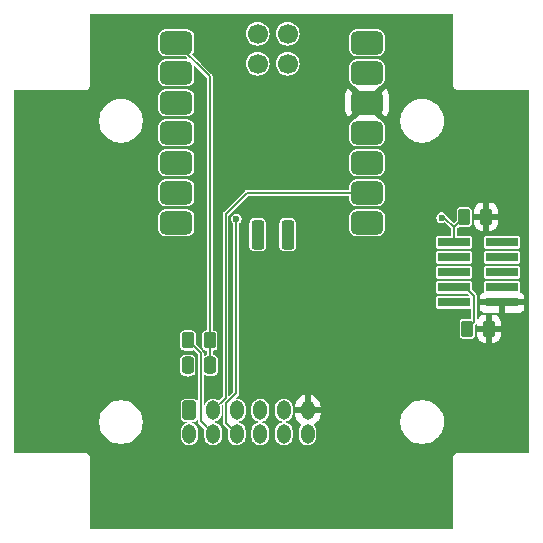
<source format=gbr>
%TF.GenerationSoftware,KiCad,Pcbnew,8.0.8*%
%TF.CreationDate,2025-05-27T15:32:41+02:00*%
%TF.ProjectId,gFocus,67466f63-7573-42e6-9b69-6361645f7063,rev?*%
%TF.SameCoordinates,Original*%
%TF.FileFunction,Copper,L1,Top*%
%TF.FilePolarity,Positive*%
%FSLAX46Y46*%
G04 Gerber Fmt 4.6, Leading zero omitted, Abs format (unit mm)*
G04 Created by KiCad (PCBNEW 8.0.8) date 2025-05-27 15:32:41*
%MOMM*%
%LPD*%
G01*
G04 APERTURE LIST*
G04 Aperture macros list*
%AMRoundRect*
0 Rectangle with rounded corners*
0 $1 Rounding radius*
0 $2 $3 $4 $5 $6 $7 $8 $9 X,Y pos of 4 corners*
0 Add a 4 corners polygon primitive as box body*
4,1,4,$2,$3,$4,$5,$6,$7,$8,$9,$2,$3,0*
0 Add four circle primitives for the rounded corners*
1,1,$1+$1,$2,$3*
1,1,$1+$1,$4,$5*
1,1,$1+$1,$6,$7*
1,1,$1+$1,$8,$9*
0 Add four rect primitives between the rounded corners*
20,1,$1+$1,$2,$3,$4,$5,0*
20,1,$1+$1,$4,$5,$6,$7,0*
20,1,$1+$1,$6,$7,$8,$9,0*
20,1,$1+$1,$8,$9,$2,$3,0*%
G04 Aperture macros list end*
%TA.AperFunction,SMDPad,CuDef*%
%ADD10RoundRect,0.500000X-0.875000X-0.500000X0.875000X-0.500000X0.875000X0.500000X-0.875000X0.500000X0*%
%TD*%
%TA.AperFunction,SMDPad,CuDef*%
%ADD11RoundRect,0.275000X0.275000X-0.975000X0.275000X0.975000X-0.275000X0.975000X-0.275000X-0.975000X0*%
%TD*%
%TA.AperFunction,SMDPad,CuDef*%
%ADD12C,1.700000*%
%TD*%
%TA.AperFunction,SMDPad,CuDef*%
%ADD13RoundRect,0.250000X0.262500X0.450000X-0.262500X0.450000X-0.262500X-0.450000X0.262500X-0.450000X0*%
%TD*%
%TA.AperFunction,SMDPad,CuDef*%
%ADD14R,2.790000X0.740000*%
%TD*%
%TA.AperFunction,SMDPad,CuDef*%
%ADD15RoundRect,0.250000X-0.262500X-0.450000X0.262500X-0.450000X0.262500X0.450000X-0.262500X0.450000X0*%
%TD*%
%TA.AperFunction,SMDPad,CuDef*%
%ADD16RoundRect,0.250000X0.250000X0.475000X-0.250000X0.475000X-0.250000X-0.475000X0.250000X-0.475000X0*%
%TD*%
%TA.AperFunction,ComponentPad*%
%ADD17RoundRect,0.250000X-0.350000X-0.575000X0.350000X-0.575000X0.350000X0.575000X-0.350000X0.575000X0*%
%TD*%
%TA.AperFunction,ComponentPad*%
%ADD18O,1.200000X1.650000*%
%TD*%
%TA.AperFunction,ViaPad*%
%ADD19C,0.600000*%
%TD*%
%TA.AperFunction,Conductor*%
%ADD20C,0.200000*%
%TD*%
G04 APERTURE END LIST*
D10*
%TO.P,U7,1,PA02_A0_D0*%
%TO.N,S_OUT*%
X137812006Y-78280000D03*
%TO.P,U7,2,PA4_A1_D1*%
%TO.N,unconnected-(U7-PA4_A1_D1-Pad2)*%
X137812006Y-80820000D03*
%TO.P,U7,3,PA10_A2_D2*%
%TO.N,unconnected-(U7-PA10_A2_D2-Pad3)*%
X137812006Y-83360000D03*
%TO.P,U7,4,PA11_A3_D3*%
%TO.N,unconnected-(U7-PA11_A3_D3-Pad4)*%
X137812006Y-85900000D03*
%TO.P,U7,5,PA8_A4_D4_SDA*%
%TO.N,unconnected-(U7-PA8_A4_D4_SDA-Pad5)*%
X137812006Y-88440000D03*
%TO.P,U7,6,PA9_A5_D5_SCL*%
%TO.N,unconnected-(U7-PA9_A5_D5_SCL-Pad6)*%
X137812006Y-90980000D03*
%TO.P,U7,7,PB08_A6_D6_TX*%
%TO.N,unconnected-(U7-PB08_A6_D6_TX-Pad7)*%
X137812006Y-93520000D03*
%TO.P,U7,8,PB09_A7_D7_RX*%
%TO.N,unconnected-(U7-PB09_A7_D7_RX-Pad8)*%
X153977006Y-93520000D03*
%TO.P,U7,9,PA7_A8_D8_SCK*%
%TO.N,S_DIN*%
X153977006Y-90980000D03*
%TO.P,U7,10,PA5_A9_D9_MISO*%
%TO.N,S_CLK*%
X153977006Y-88440000D03*
%TO.P,U7,11,PA6_A10_D10_MOSI*%
%TO.N,unconnected-(U7-PA6_A10_D10_MOSI-Pad11)*%
X153977006Y-85900000D03*
%TO.P,U7,12,3V3*%
%TO.N,VDD*%
X153977006Y-83360000D03*
%TO.P,U7,13,GND*%
%TO.N,GND*%
X153977006Y-80820000D03*
%TO.P,U7,14,5V*%
%TO.N,+5V*%
X153977006Y-78280000D03*
D11*
%TO.P,U7,15,VIN*%
%TO.N,unconnected-(U7-VIN-Pad15)*%
X144724006Y-94539700D03*
%TO.P,U7,16,GND*%
%TO.N,GND*%
X147264006Y-94539700D03*
D12*
%TO.P,U7,17,PA31_SWDIO*%
%TO.N,SWDIO*%
X144724006Y-77521700D03*
%TO.P,U7,18,PA30_SWCLK*%
%TO.N,SWDCLK*%
X147264006Y-77521700D03*
%TO.P,U7,19,RESET*%
%TO.N,RESET*%
X144724006Y-80061700D03*
%TO.P,U7,20,GND*%
%TO.N,GND*%
X147264006Y-80061700D03*
%TD*%
D13*
%TO.P,R7,2*%
%TO.N,RESET*%
X162225000Y-93025000D03*
%TO.P,R7,1*%
%TO.N,VDD*%
X164050000Y-93025000D03*
%TD*%
D14*
%TO.P,J1,10,10*%
%TO.N,RESET*%
X161337500Y-95195000D03*
%TO.P,J1,09,09*%
%TO.N,unconnected-(J1-Pad09)*%
X165407500Y-95195000D03*
%TO.P,J1,08,08*%
%TO.N,unconnected-(J1-Pad08)*%
X161337500Y-96465000D03*
%TO.P,J1,07,07*%
%TO.N,unconnected-(J1-Pad07)*%
X165407500Y-96465000D03*
%TO.P,J1,06,06*%
%TO.N,unconnected-(J1-Pad06)*%
X161337500Y-97735000D03*
%TO.P,J1,05,05*%
%TO.N,GND*%
X165407500Y-97735000D03*
%TO.P,J1,04,04*%
%TO.N,SWDCLK*%
X161337500Y-99005000D03*
%TO.P,J1,03,03*%
%TO.N,GND*%
X165407500Y-99005000D03*
%TO.P,J1,02,02*%
%TO.N,SWDIO*%
X161337500Y-100275000D03*
%TO.P,J1,01,01*%
%TO.N,VDD*%
X165407500Y-100275000D03*
%TD*%
D13*
%TO.P,R6,2*%
%TO.N,SWDCLK*%
X162475000Y-102500000D03*
%TO.P,R6,1*%
%TO.N,VDD*%
X164300000Y-102500000D03*
%TD*%
D15*
%TO.P,R5,1*%
%TO.N,Net-(J3-Pin_4)*%
X138825000Y-103500000D03*
%TO.P,R5,2*%
%TO.N,S_OUT*%
X140650000Y-103500000D03*
%TD*%
D16*
%TO.P,C15,1*%
%TO.N,S_OUT*%
X140700000Y-105600000D03*
%TO.P,C15,2*%
%TO.N,GND*%
X138800000Y-105600000D03*
%TD*%
D17*
%TO.P,J3,1,Pin_1*%
%TO.N,unconnected-(J3-Pin_1-Pad1)*%
X138945000Y-109400000D03*
D18*
%TO.P,J3,2,Pin_2*%
%TO.N,unconnected-(J3-Pin_2-Pad2)*%
X138945000Y-111400000D03*
%TO.P,J3,3,Pin_3*%
%TO.N,S_DIN*%
X140945000Y-109400000D03*
%TO.P,J3,4,Pin_4*%
%TO.N,Net-(J3-Pin_4)*%
X140945000Y-111400000D03*
%TO.P,J3,5,Pin_5*%
%TO.N,unconnected-(J3-Pin_5-Pad5)*%
X142945000Y-109400000D03*
%TO.P,J3,6,Pin_6*%
%TO.N,S_CLK*%
X142945000Y-111400000D03*
%TO.P,J3,7,Pin_7*%
%TO.N,unconnected-(J3-Pin_7-Pad7)*%
X144945000Y-109400000D03*
%TO.P,J3,8,Pin_8*%
%TO.N,unconnected-(J3-Pin_8-Pad8)*%
X144945000Y-111400000D03*
%TO.P,J3,9,Pin_9*%
%TO.N,unconnected-(J3-Pin_9-Pad9)*%
X146945000Y-109400000D03*
%TO.P,J3,10,Pin_10*%
%TO.N,unconnected-(J3-Pin_10-Pad10)*%
X146945000Y-111400000D03*
%TO.P,J3,11,Pin_11*%
%TO.N,VDD*%
X148945000Y-109400000D03*
%TO.P,J3,12,Pin_12*%
%TO.N,GND*%
X148945000Y-111400000D03*
%TD*%
D19*
%TO.N,RESET*%
X160300000Y-93100000D03*
X144700000Y-80100000D03*
%TO.N,SWDCLK*%
X147200000Y-77500000D03*
%TO.N,SWDIO*%
X144724006Y-77521700D03*
%TO.N,S_CLK*%
X154000000Y-88400000D03*
X142900000Y-93200000D03*
%TO.N,GND*%
X147300000Y-94600000D03*
X154000000Y-80900000D03*
X147300000Y-80000000D03*
X165407500Y-97715000D03*
X165422500Y-99002500D03*
X138837500Y-106100000D03*
%TO.N,SWDIO*%
X161337500Y-100275000D03*
%TO.N,SWDCLK*%
X161337500Y-99005000D03*
%TO.N,Net-(J3-Pin_4)*%
X138825000Y-103500000D03*
%TD*%
D20*
%TO.N,RESET*%
X160525000Y-93100000D02*
X161337500Y-93912500D01*
X160300000Y-93100000D02*
X160525000Y-93100000D01*
X144724006Y-80075994D02*
X144700000Y-80100000D01*
X144724006Y-80061700D02*
X144724006Y-80075994D01*
%TO.N,SWDCLK*%
X147221700Y-77521700D02*
X147200000Y-77500000D01*
X147264006Y-77521700D02*
X147221700Y-77521700D01*
X162305000Y-99005000D02*
X161337500Y-99005000D01*
X163032500Y-99732500D02*
X162305000Y-99005000D01*
X163032500Y-101942500D02*
X163032500Y-99732500D01*
X162475000Y-102500000D02*
X163032500Y-101942500D01*
%TO.N,S_CLK*%
X142045000Y-108802208D02*
X142045000Y-110500000D01*
X142900000Y-107947208D02*
X142045000Y-108802208D01*
X142900000Y-93200000D02*
X142900000Y-107947208D01*
X142045000Y-110500000D02*
X142945000Y-111400000D01*
%TO.N,RESET*%
X161337500Y-93912500D02*
X162225000Y-93025000D01*
X161337500Y-95195000D02*
X161337500Y-93912500D01*
%TO.N,S_CLK*%
X153977006Y-88422994D02*
X154000000Y-88400000D01*
X153977006Y-88440000D02*
X153977006Y-88422994D01*
%TO.N,S_DIN*%
X143820000Y-90980000D02*
X153977006Y-90980000D01*
X142000000Y-92800000D02*
X143820000Y-90980000D01*
X142000000Y-108345000D02*
X142000000Y-92800000D01*
X140945000Y-109400000D02*
X142000000Y-108345000D01*
%TO.N,S_OUT*%
X140650000Y-81117994D02*
X140650000Y-103500000D01*
X137812006Y-78280000D02*
X140650000Y-81117994D01*
%TO.N,Net-(J3-Pin_4)*%
X139900000Y-110355000D02*
X140945000Y-111400000D01*
X139900000Y-104575000D02*
X139900000Y-110355000D01*
X138825000Y-103500000D02*
X139900000Y-104575000D01*
%TO.N,S_OUT*%
X140700000Y-103550000D02*
X140650000Y-103500000D01*
X140700000Y-105600000D02*
X140700000Y-103550000D01*
X140700000Y-106000000D02*
X140700000Y-105421814D01*
%TD*%
%TA.AperFunction,Conductor*%
%TO.N,VDD*%
G36*
X161235148Y-75864852D02*
G01*
X161249500Y-75899500D01*
X161249500Y-81865895D01*
X161283607Y-81993184D01*
X161283608Y-81993188D01*
X161349500Y-82107314D01*
X161442686Y-82200500D01*
X161463299Y-82212401D01*
X161556811Y-82266391D01*
X161556813Y-82266391D01*
X161556814Y-82266392D01*
X161657207Y-82293292D01*
X161684104Y-82300499D01*
X161684105Y-82300500D01*
X161684108Y-82300500D01*
X161815892Y-82300500D01*
X167650500Y-82300500D01*
X167685148Y-82314852D01*
X167699500Y-82349500D01*
X167699500Y-112950500D01*
X167685148Y-112985148D01*
X167650500Y-112999500D01*
X161684105Y-112999500D01*
X161556815Y-113033607D01*
X161556811Y-113033608D01*
X161442685Y-113099500D01*
X161442685Y-113099501D01*
X161349501Y-113192685D01*
X161349500Y-113192685D01*
X161283608Y-113306811D01*
X161283607Y-113306815D01*
X161249500Y-113434104D01*
X161249500Y-119400500D01*
X161235148Y-119435148D01*
X161200500Y-119449500D01*
X130599500Y-119449500D01*
X130564852Y-119435148D01*
X130550500Y-119400500D01*
X130550500Y-113434105D01*
X130550499Y-113434104D01*
X130516392Y-113306815D01*
X130516391Y-113306811D01*
X130450499Y-113192685D01*
X130357314Y-113099500D01*
X130243188Y-113033608D01*
X130243184Y-113033607D01*
X130115895Y-112999500D01*
X130115892Y-112999500D01*
X124149500Y-112999500D01*
X124114852Y-112985148D01*
X124100500Y-112950500D01*
X124100500Y-110278712D01*
X131299500Y-110278712D01*
X131299500Y-110521288D01*
X131331162Y-110761789D01*
X131331163Y-110761793D01*
X131331164Y-110761800D01*
X131393944Y-110996095D01*
X131393946Y-110996101D01*
X131486776Y-111220213D01*
X131608062Y-111430286D01*
X131608072Y-111430301D01*
X131755730Y-111622732D01*
X131755740Y-111622744D01*
X131927255Y-111794259D01*
X131927267Y-111794269D01*
X132119698Y-111941927D01*
X132119707Y-111941933D01*
X132119711Y-111941936D01*
X132329788Y-112063224D01*
X132553900Y-112156054D01*
X132553904Y-112156055D01*
X132788199Y-112218835D01*
X132788200Y-112218835D01*
X132788211Y-112218838D01*
X133028712Y-112250500D01*
X133028716Y-112250500D01*
X133271284Y-112250500D01*
X133271288Y-112250500D01*
X133511789Y-112218838D01*
X133746100Y-112156054D01*
X133970212Y-112063224D01*
X134180289Y-111941936D01*
X134372738Y-111794265D01*
X134544265Y-111622738D01*
X134691936Y-111430289D01*
X134813224Y-111220212D01*
X134906054Y-110996100D01*
X134968838Y-110761789D01*
X135000500Y-110521288D01*
X135000500Y-110278712D01*
X134968838Y-110038211D01*
X134959622Y-110003818D01*
X134906055Y-109803904D01*
X134906053Y-109803898D01*
X134879621Y-109740084D01*
X134813224Y-109579788D01*
X134691936Y-109369711D01*
X134691933Y-109369707D01*
X134691927Y-109369698D01*
X134544269Y-109177267D01*
X134544259Y-109177255D01*
X134372744Y-109005740D01*
X134372732Y-109005730D01*
X134180301Y-108858072D01*
X134180286Y-108858062D01*
X133970212Y-108736776D01*
X133970213Y-108736776D01*
X133746101Y-108643946D01*
X133746095Y-108643944D01*
X133511800Y-108581164D01*
X133511793Y-108581163D01*
X133511789Y-108581162D01*
X133271288Y-108549500D01*
X133028712Y-108549500D01*
X132788211Y-108581162D01*
X132788207Y-108581162D01*
X132788199Y-108581164D01*
X132553904Y-108643944D01*
X132553898Y-108643946D01*
X132329786Y-108736776D01*
X132119713Y-108858062D01*
X132119698Y-108858072D01*
X131927267Y-109005730D01*
X131927255Y-109005740D01*
X131755740Y-109177255D01*
X131755730Y-109177267D01*
X131608072Y-109369698D01*
X131608062Y-109369713D01*
X131486776Y-109579786D01*
X131393946Y-109803898D01*
X131393944Y-109803904D01*
X131331164Y-110038199D01*
X131331162Y-110038207D01*
X131331162Y-110038211D01*
X131299500Y-110278712D01*
X124100500Y-110278712D01*
X124100500Y-105093482D01*
X138149500Y-105093482D01*
X138149500Y-106106517D01*
X138164353Y-106200303D01*
X138221945Y-106313335D01*
X138221950Y-106313342D01*
X138311657Y-106403049D01*
X138311664Y-106403054D01*
X138424691Y-106460644D01*
X138424692Y-106460644D01*
X138424696Y-106460646D01*
X138518481Y-106475500D01*
X138574128Y-106475499D01*
X138600620Y-106483278D01*
X138633014Y-106504096D01*
X138648431Y-106514004D01*
X138723185Y-106535953D01*
X138772723Y-106550499D01*
X138772728Y-106550500D01*
X138902272Y-106550500D01*
X138902276Y-106550499D01*
X138930745Y-106542139D01*
X139026569Y-106514004D01*
X139079451Y-106480018D01*
X139098271Y-106472845D01*
X139175304Y-106460646D01*
X139236387Y-106429522D01*
X139288335Y-106403054D01*
X139288337Y-106403052D01*
X139288342Y-106403050D01*
X139378050Y-106313342D01*
X139378054Y-106313335D01*
X139435644Y-106200309D01*
X139435644Y-106200307D01*
X139435646Y-106200304D01*
X139450500Y-106106519D01*
X139450499Y-105093482D01*
X139435646Y-104999696D01*
X139435643Y-104999690D01*
X139378054Y-104886664D01*
X139378049Y-104886657D01*
X139288342Y-104796950D01*
X139288335Y-104796945D01*
X139175308Y-104739355D01*
X139175305Y-104739354D01*
X139175304Y-104739354D01*
X139081519Y-104724500D01*
X139081517Y-104724500D01*
X138518482Y-104724500D01*
X138424696Y-104739353D01*
X138311664Y-104796945D01*
X138311657Y-104796950D01*
X138221950Y-104886657D01*
X138221945Y-104886664D01*
X138164355Y-104999690D01*
X138164355Y-104999692D01*
X138149500Y-105093482D01*
X124100500Y-105093482D01*
X124100500Y-92954303D01*
X136286506Y-92954303D01*
X136286506Y-94085696D01*
X136289407Y-94122567D01*
X136289407Y-94122569D01*
X136335262Y-94280399D01*
X136418923Y-94421862D01*
X136418925Y-94421865D01*
X136535141Y-94538081D01*
X136676606Y-94621743D01*
X136676607Y-94621743D01*
X136676608Y-94621744D01*
X136834437Y-94667598D01*
X136871312Y-94670500D01*
X136871323Y-94670500D01*
X138752689Y-94670500D01*
X138752700Y-94670500D01*
X138789575Y-94667598D01*
X138947404Y-94621744D01*
X139088871Y-94538081D01*
X139205087Y-94421865D01*
X139288750Y-94280398D01*
X139334604Y-94122569D01*
X139337506Y-94085694D01*
X139337506Y-92954306D01*
X139334604Y-92917431D01*
X139326462Y-92889408D01*
X139296418Y-92785995D01*
X139288750Y-92759602D01*
X139205087Y-92618135D01*
X139088871Y-92501919D01*
X139000566Y-92449696D01*
X138947404Y-92418256D01*
X138947406Y-92418256D01*
X138789574Y-92372401D01*
X138752702Y-92369500D01*
X138752700Y-92369500D01*
X136871312Y-92369500D01*
X136871309Y-92369500D01*
X136834438Y-92372401D01*
X136834436Y-92372401D01*
X136676606Y-92418256D01*
X136535143Y-92501917D01*
X136535138Y-92501921D01*
X136418927Y-92618132D01*
X136418923Y-92618137D01*
X136335262Y-92759600D01*
X136289407Y-92917430D01*
X136289407Y-92917432D01*
X136286506Y-92954303D01*
X124100500Y-92954303D01*
X124100500Y-90414303D01*
X136286506Y-90414303D01*
X136286506Y-91545696D01*
X136289407Y-91582567D01*
X136289407Y-91582569D01*
X136335262Y-91740399D01*
X136418923Y-91881862D01*
X136418925Y-91881865D01*
X136535141Y-91998081D01*
X136676606Y-92081743D01*
X136676607Y-92081743D01*
X136676608Y-92081744D01*
X136834437Y-92127598D01*
X136871312Y-92130500D01*
X136871323Y-92130500D01*
X138752689Y-92130500D01*
X138752700Y-92130500D01*
X138789575Y-92127598D01*
X138947404Y-92081744D01*
X139088871Y-91998081D01*
X139205087Y-91881865D01*
X139288750Y-91740398D01*
X139334604Y-91582569D01*
X139337506Y-91545694D01*
X139337506Y-90414306D01*
X139334604Y-90377431D01*
X139288750Y-90219602D01*
X139205087Y-90078135D01*
X139088871Y-89961919D01*
X138947404Y-89878256D01*
X138947406Y-89878256D01*
X138789574Y-89832401D01*
X138752702Y-89829500D01*
X138752700Y-89829500D01*
X136871312Y-89829500D01*
X136871309Y-89829500D01*
X136834438Y-89832401D01*
X136834436Y-89832401D01*
X136676606Y-89878256D01*
X136535143Y-89961917D01*
X136535138Y-89961921D01*
X136418927Y-90078132D01*
X136418923Y-90078137D01*
X136335262Y-90219600D01*
X136289407Y-90377430D01*
X136289407Y-90377432D01*
X136286506Y-90414303D01*
X124100500Y-90414303D01*
X124100500Y-87874303D01*
X136286506Y-87874303D01*
X136286506Y-89005696D01*
X136289407Y-89042567D01*
X136289407Y-89042569D01*
X136335262Y-89200399D01*
X136418923Y-89341862D01*
X136418925Y-89341865D01*
X136535141Y-89458081D01*
X136676606Y-89541743D01*
X136676607Y-89541743D01*
X136676608Y-89541744D01*
X136834437Y-89587598D01*
X136871312Y-89590500D01*
X136871323Y-89590500D01*
X138752689Y-89590500D01*
X138752700Y-89590500D01*
X138789575Y-89587598D01*
X138947404Y-89541744D01*
X139088871Y-89458081D01*
X139205087Y-89341865D01*
X139288750Y-89200398D01*
X139334604Y-89042569D01*
X139337506Y-89005694D01*
X139337506Y-87874306D01*
X139334604Y-87837431D01*
X139288750Y-87679602D01*
X139205087Y-87538135D01*
X139088871Y-87421919D01*
X138947404Y-87338256D01*
X138947406Y-87338256D01*
X138789574Y-87292401D01*
X138752702Y-87289500D01*
X138752700Y-87289500D01*
X136871312Y-87289500D01*
X136871309Y-87289500D01*
X136834438Y-87292401D01*
X136834436Y-87292401D01*
X136676606Y-87338256D01*
X136535143Y-87421917D01*
X136535138Y-87421921D01*
X136418927Y-87538132D01*
X136418923Y-87538137D01*
X136335262Y-87679600D01*
X136289407Y-87837430D01*
X136289407Y-87837432D01*
X136286506Y-87874303D01*
X124100500Y-87874303D01*
X124100500Y-84778712D01*
X131299500Y-84778712D01*
X131299500Y-85021288D01*
X131331162Y-85261789D01*
X131331163Y-85261793D01*
X131331164Y-85261800D01*
X131393944Y-85496095D01*
X131393946Y-85496101D01*
X131486776Y-85720213D01*
X131608062Y-85930286D01*
X131608072Y-85930301D01*
X131755730Y-86122732D01*
X131755740Y-86122744D01*
X131927255Y-86294259D01*
X131927267Y-86294269D01*
X132119698Y-86441927D01*
X132119707Y-86441933D01*
X132119711Y-86441936D01*
X132329788Y-86563224D01*
X132553900Y-86656054D01*
X132553904Y-86656055D01*
X132788199Y-86718835D01*
X132788200Y-86718835D01*
X132788211Y-86718838D01*
X133028712Y-86750500D01*
X133028716Y-86750500D01*
X133271284Y-86750500D01*
X133271288Y-86750500D01*
X133511789Y-86718838D01*
X133746100Y-86656054D01*
X133970212Y-86563224D01*
X134180289Y-86441936D01*
X134372738Y-86294265D01*
X134544265Y-86122738D01*
X134691936Y-85930289D01*
X134813224Y-85720212D01*
X134906054Y-85496100D01*
X134949408Y-85334303D01*
X136286506Y-85334303D01*
X136286506Y-86465696D01*
X136289407Y-86502567D01*
X136289407Y-86502569D01*
X136335262Y-86660399D01*
X136369821Y-86718835D01*
X136418925Y-86801865D01*
X136535141Y-86918081D01*
X136676606Y-87001743D01*
X136676607Y-87001743D01*
X136676608Y-87001744D01*
X136834437Y-87047598D01*
X136871312Y-87050500D01*
X136871323Y-87050500D01*
X138752689Y-87050500D01*
X138752700Y-87050500D01*
X138789575Y-87047598D01*
X138947404Y-87001744D01*
X139088871Y-86918081D01*
X139205087Y-86801865D01*
X139288750Y-86660398D01*
X139334604Y-86502569D01*
X139337506Y-86465694D01*
X139337506Y-85334306D01*
X139334604Y-85297431D01*
X139288750Y-85139602D01*
X139205087Y-84998135D01*
X139088871Y-84881919D01*
X138947404Y-84798256D01*
X138947406Y-84798256D01*
X138789574Y-84752401D01*
X138752702Y-84749500D01*
X138752700Y-84749500D01*
X136871312Y-84749500D01*
X136871309Y-84749500D01*
X136834438Y-84752401D01*
X136834436Y-84752401D01*
X136676606Y-84798256D01*
X136535143Y-84881917D01*
X136535138Y-84881921D01*
X136418927Y-84998132D01*
X136418923Y-84998137D01*
X136335262Y-85139600D01*
X136289407Y-85297430D01*
X136289407Y-85297432D01*
X136286506Y-85334303D01*
X134949408Y-85334303D01*
X134968838Y-85261789D01*
X135000500Y-85021288D01*
X135000500Y-84778712D01*
X134968838Y-84538211D01*
X134906054Y-84303900D01*
X134813224Y-84079788D01*
X134691936Y-83869711D01*
X134691933Y-83869707D01*
X134691927Y-83869698D01*
X134544269Y-83677267D01*
X134544259Y-83677255D01*
X134372744Y-83505740D01*
X134372732Y-83505730D01*
X134180301Y-83358072D01*
X134180286Y-83358062D01*
X133970212Y-83236776D01*
X133970213Y-83236776D01*
X133746101Y-83143946D01*
X133746095Y-83143944D01*
X133511800Y-83081164D01*
X133511793Y-83081163D01*
X133511789Y-83081162D01*
X133271288Y-83049500D01*
X133028712Y-83049500D01*
X132788211Y-83081162D01*
X132788207Y-83081162D01*
X132788199Y-83081164D01*
X132553904Y-83143944D01*
X132553898Y-83143946D01*
X132329786Y-83236776D01*
X132119713Y-83358062D01*
X132119698Y-83358072D01*
X131927267Y-83505730D01*
X131927255Y-83505740D01*
X131755740Y-83677255D01*
X131755730Y-83677267D01*
X131608072Y-83869698D01*
X131608062Y-83869713D01*
X131486776Y-84079786D01*
X131393946Y-84303898D01*
X131393944Y-84303904D01*
X131331164Y-84538199D01*
X131331162Y-84538207D01*
X131331162Y-84538211D01*
X131299500Y-84778712D01*
X124100500Y-84778712D01*
X124100500Y-82794303D01*
X136286506Y-82794303D01*
X136286506Y-83925696D01*
X136289407Y-83962567D01*
X136289407Y-83962569D01*
X136335262Y-84120399D01*
X136418923Y-84261862D01*
X136418925Y-84261865D01*
X136535141Y-84378081D01*
X136676606Y-84461743D01*
X136676607Y-84461743D01*
X136676608Y-84461744D01*
X136834437Y-84507598D01*
X136871312Y-84510500D01*
X136871323Y-84510500D01*
X138752689Y-84510500D01*
X138752700Y-84510500D01*
X138789575Y-84507598D01*
X138947404Y-84461744D01*
X139088871Y-84378081D01*
X139205087Y-84261865D01*
X139288750Y-84120398D01*
X139334604Y-83962569D01*
X139337506Y-83925694D01*
X139337506Y-82794306D01*
X139334604Y-82757431D01*
X139288750Y-82599602D01*
X139205087Y-82458135D01*
X139088871Y-82341919D01*
X139018833Y-82300499D01*
X138947404Y-82258256D01*
X138947406Y-82258256D01*
X138789574Y-82212401D01*
X138752702Y-82209500D01*
X138752700Y-82209500D01*
X136871312Y-82209500D01*
X136871309Y-82209500D01*
X136834438Y-82212401D01*
X136834436Y-82212401D01*
X136676606Y-82258256D01*
X136535143Y-82341917D01*
X136535138Y-82341921D01*
X136418927Y-82458132D01*
X136418923Y-82458137D01*
X136335262Y-82599600D01*
X136289407Y-82757430D01*
X136289407Y-82757432D01*
X136286506Y-82794303D01*
X124100500Y-82794303D01*
X124100500Y-82349500D01*
X124114852Y-82314852D01*
X124149500Y-82300500D01*
X130115895Y-82300500D01*
X130115895Y-82300499D01*
X130243186Y-82266392D01*
X130357314Y-82200500D01*
X130450500Y-82107314D01*
X130516392Y-81993186D01*
X130550499Y-81865895D01*
X130550500Y-81865895D01*
X130550500Y-77714303D01*
X136286506Y-77714303D01*
X136286506Y-78845696D01*
X136289407Y-78882567D01*
X136289407Y-78882569D01*
X136335262Y-79040399D01*
X136344701Y-79056359D01*
X136418925Y-79181865D01*
X136535141Y-79298081D01*
X136676606Y-79381743D01*
X136676607Y-79381743D01*
X136676608Y-79381744D01*
X136834437Y-79427598D01*
X136871312Y-79430500D01*
X138587949Y-79430500D01*
X138622597Y-79444852D01*
X138763597Y-79585852D01*
X138777949Y-79620500D01*
X138763597Y-79655148D01*
X138728949Y-79669500D01*
X136871309Y-79669500D01*
X136834438Y-79672401D01*
X136834436Y-79672401D01*
X136676606Y-79718256D01*
X136535143Y-79801917D01*
X136535138Y-79801921D01*
X136418927Y-79918132D01*
X136418923Y-79918137D01*
X136335262Y-80059600D01*
X136289407Y-80217430D01*
X136289407Y-80217432D01*
X136286506Y-80254303D01*
X136286506Y-81385696D01*
X136289407Y-81422567D01*
X136289407Y-81422569D01*
X136335262Y-81580399D01*
X136350884Y-81606814D01*
X136418925Y-81721865D01*
X136535141Y-81838081D01*
X136676606Y-81921743D01*
X136676607Y-81921743D01*
X136676608Y-81921744D01*
X136834437Y-81967598D01*
X136871312Y-81970500D01*
X136871323Y-81970500D01*
X138752689Y-81970500D01*
X138752700Y-81970500D01*
X138789575Y-81967598D01*
X138947404Y-81921744D01*
X139088871Y-81838081D01*
X139205087Y-81721865D01*
X139288750Y-81580398D01*
X139334604Y-81422569D01*
X139337506Y-81385694D01*
X139337506Y-80278056D01*
X139351858Y-80243408D01*
X139386506Y-80229056D01*
X139421154Y-80243408D01*
X140385148Y-81207402D01*
X140399500Y-81242050D01*
X140399500Y-102600780D01*
X140385148Y-102635428D01*
X140357712Y-102648123D01*
X140357883Y-102649200D01*
X140262195Y-102664353D01*
X140149164Y-102721945D01*
X140149157Y-102721950D01*
X140059450Y-102811657D01*
X140059445Y-102811664D01*
X140001855Y-102924690D01*
X140001855Y-102924692D01*
X140001854Y-102924694D01*
X140001854Y-102924696D01*
X139992854Y-102981519D01*
X139987000Y-103018482D01*
X139987000Y-103981517D01*
X140001853Y-104075303D01*
X140059445Y-104188335D01*
X140059450Y-104188342D01*
X140149157Y-104278049D01*
X140149164Y-104278054D01*
X140262191Y-104335644D01*
X140262192Y-104335644D01*
X140262196Y-104335646D01*
X140355981Y-104350500D01*
X140400500Y-104350499D01*
X140435147Y-104364850D01*
X140449500Y-104399498D01*
X140449500Y-104677737D01*
X140435148Y-104712385D01*
X140408165Y-104726134D01*
X140324695Y-104739353D01*
X140221745Y-104791809D01*
X140184358Y-104794752D01*
X140155841Y-104770395D01*
X140150500Y-104748150D01*
X140150500Y-104630537D01*
X140150501Y-104630528D01*
X140150501Y-104525175D01*
X140150500Y-104525171D01*
X140112364Y-104433104D01*
X140112363Y-104433102D01*
X140039107Y-104359846D01*
X140039100Y-104359840D01*
X139502351Y-103823091D01*
X139487999Y-103788443D01*
X139487999Y-103018482D01*
X139473146Y-102924696D01*
X139415554Y-102811664D01*
X139415549Y-102811657D01*
X139325842Y-102721950D01*
X139325835Y-102721945D01*
X139212808Y-102664355D01*
X139212805Y-102664354D01*
X139212804Y-102664354D01*
X139119019Y-102649500D01*
X139119017Y-102649500D01*
X138530982Y-102649500D01*
X138437196Y-102664353D01*
X138324164Y-102721945D01*
X138324157Y-102721950D01*
X138234450Y-102811657D01*
X138234445Y-102811664D01*
X138176855Y-102924690D01*
X138176855Y-102924692D01*
X138176854Y-102924694D01*
X138176854Y-102924696D01*
X138167854Y-102981519D01*
X138162000Y-103018482D01*
X138162000Y-103981517D01*
X138176853Y-104075303D01*
X138234445Y-104188335D01*
X138234450Y-104188342D01*
X138324157Y-104278049D01*
X138324164Y-104278054D01*
X138437191Y-104335644D01*
X138437192Y-104335644D01*
X138437196Y-104335646D01*
X138530981Y-104350500D01*
X139119018Y-104350499D01*
X139212804Y-104335646D01*
X139243076Y-104320220D01*
X139280462Y-104317277D01*
X139299970Y-104329231D01*
X139635148Y-104664408D01*
X139649500Y-104699056D01*
X139649500Y-108494812D01*
X139635148Y-108529460D01*
X139600500Y-108543812D01*
X139565852Y-108529460D01*
X139533342Y-108496950D01*
X139533335Y-108496945D01*
X139420308Y-108439355D01*
X139420305Y-108439354D01*
X139420304Y-108439354D01*
X139326519Y-108424500D01*
X139326517Y-108424500D01*
X138563482Y-108424500D01*
X138469696Y-108439353D01*
X138356664Y-108496945D01*
X138356657Y-108496950D01*
X138266950Y-108586657D01*
X138266945Y-108586664D01*
X138209355Y-108699690D01*
X138209355Y-108699692D01*
X138209354Y-108699694D01*
X138209354Y-108699696D01*
X138194500Y-108793481D01*
X138194500Y-108793482D01*
X138194500Y-110006517D01*
X138209353Y-110100303D01*
X138266945Y-110213335D01*
X138266950Y-110213342D01*
X138356657Y-110303049D01*
X138356664Y-110303054D01*
X138469691Y-110360644D01*
X138469692Y-110360644D01*
X138469696Y-110360646D01*
X138563481Y-110375500D01*
X138667677Y-110375499D01*
X138702323Y-110389850D01*
X138716675Y-110424499D01*
X138702324Y-110459147D01*
X138686427Y-110469769D01*
X138589506Y-110509915D01*
X138466584Y-110592048D01*
X138362048Y-110696584D01*
X138279914Y-110819508D01*
X138223342Y-110956084D01*
X138223340Y-110956093D01*
X138194500Y-111101078D01*
X138194500Y-111698921D01*
X138223340Y-111843906D01*
X138223342Y-111843915D01*
X138279914Y-111980491D01*
X138279916Y-111980495D01*
X138362049Y-112103416D01*
X138466584Y-112207951D01*
X138589505Y-112290084D01*
X138657796Y-112318371D01*
X138726084Y-112346657D01*
X138726085Y-112346657D01*
X138726087Y-112346658D01*
X138871082Y-112375500D01*
X139018918Y-112375500D01*
X139163913Y-112346658D01*
X139300495Y-112290084D01*
X139423416Y-112207951D01*
X139527951Y-112103416D01*
X139610084Y-111980495D01*
X139666658Y-111843913D01*
X139695500Y-111698918D01*
X139695500Y-111101082D01*
X139666658Y-110956087D01*
X139610084Y-110819505D01*
X139527951Y-110696584D01*
X139423416Y-110592049D01*
X139401131Y-110577159D01*
X139375158Y-110559804D01*
X139300495Y-110509916D01*
X139300492Y-110509914D01*
X139300491Y-110509914D01*
X139203572Y-110469769D01*
X139177053Y-110443251D01*
X139177053Y-110405748D01*
X139203571Y-110379229D01*
X139222322Y-110375499D01*
X139326518Y-110375499D01*
X139420304Y-110360646D01*
X139481387Y-110329522D01*
X139533335Y-110303054D01*
X139533337Y-110303052D01*
X139533342Y-110303050D01*
X139565852Y-110270540D01*
X139600500Y-110256188D01*
X139635148Y-110270540D01*
X139649500Y-110305188D01*
X139649500Y-110404828D01*
X139687636Y-110496897D01*
X139687637Y-110496898D01*
X139687637Y-110496899D01*
X140192125Y-111001386D01*
X140206477Y-111036034D01*
X140205536Y-111045592D01*
X140194500Y-111101083D01*
X140194500Y-111698921D01*
X140223340Y-111843906D01*
X140223342Y-111843915D01*
X140279914Y-111980491D01*
X140279916Y-111980495D01*
X140362049Y-112103416D01*
X140466584Y-112207951D01*
X140589505Y-112290084D01*
X140657796Y-112318371D01*
X140726084Y-112346657D01*
X140726085Y-112346657D01*
X140726087Y-112346658D01*
X140871082Y-112375500D01*
X141018918Y-112375500D01*
X141163913Y-112346658D01*
X141300495Y-112290084D01*
X141423416Y-112207951D01*
X141527951Y-112103416D01*
X141610084Y-111980495D01*
X141666658Y-111843913D01*
X141695500Y-111698918D01*
X141695500Y-111101082D01*
X141666658Y-110956087D01*
X141610084Y-110819505D01*
X141527951Y-110696584D01*
X141423416Y-110592049D01*
X141401131Y-110577159D01*
X141375158Y-110559804D01*
X141300495Y-110509916D01*
X141300492Y-110509914D01*
X141300491Y-110509914D01*
X141163915Y-110453342D01*
X141163906Y-110453340D01*
X141137352Y-110448058D01*
X141106170Y-110427223D01*
X141098854Y-110390440D01*
X141119689Y-110359258D01*
X141137352Y-110351942D01*
X141152966Y-110348835D01*
X141163913Y-110346658D01*
X141300495Y-110290084D01*
X141423416Y-110207951D01*
X141527951Y-110103416D01*
X141610084Y-109980495D01*
X141666658Y-109843913D01*
X141695500Y-109698918D01*
X141695500Y-109101082D01*
X141684462Y-109045593D01*
X141691777Y-109008813D01*
X141697863Y-109001397D01*
X141710855Y-108988405D01*
X141745502Y-108974056D01*
X141780150Y-108988409D01*
X141794500Y-109023056D01*
X141794500Y-110549829D01*
X141805820Y-110577158D01*
X141832636Y-110641897D01*
X141832637Y-110641898D01*
X141832637Y-110641899D01*
X142192125Y-111001386D01*
X142206477Y-111036034D01*
X142205536Y-111045592D01*
X142194500Y-111101083D01*
X142194500Y-111698921D01*
X142223340Y-111843906D01*
X142223342Y-111843915D01*
X142279914Y-111980491D01*
X142279916Y-111980495D01*
X142362049Y-112103416D01*
X142466584Y-112207951D01*
X142589505Y-112290084D01*
X142657796Y-112318371D01*
X142726084Y-112346657D01*
X142726085Y-112346657D01*
X142726087Y-112346658D01*
X142871082Y-112375500D01*
X143018918Y-112375500D01*
X143163913Y-112346658D01*
X143300495Y-112290084D01*
X143423416Y-112207951D01*
X143527951Y-112103416D01*
X143610084Y-111980495D01*
X143666658Y-111843913D01*
X143695500Y-111698918D01*
X143695500Y-111101082D01*
X143666658Y-110956087D01*
X143610084Y-110819505D01*
X143527951Y-110696584D01*
X143423416Y-110592049D01*
X143401131Y-110577159D01*
X143375158Y-110559804D01*
X143300495Y-110509916D01*
X143300492Y-110509914D01*
X143300491Y-110509914D01*
X143163915Y-110453342D01*
X143163906Y-110453340D01*
X143137352Y-110448058D01*
X143106170Y-110427223D01*
X143098854Y-110390440D01*
X143119689Y-110359258D01*
X143137352Y-110351942D01*
X143152966Y-110348835D01*
X143163913Y-110346658D01*
X143300495Y-110290084D01*
X143423416Y-110207951D01*
X143527951Y-110103416D01*
X143610084Y-109980495D01*
X143666658Y-109843913D01*
X143695500Y-109698918D01*
X143695500Y-109101082D01*
X143695499Y-109101078D01*
X144194500Y-109101078D01*
X144194500Y-109698921D01*
X144223340Y-109843906D01*
X144223342Y-109843915D01*
X144279914Y-109980491D01*
X144279916Y-109980495D01*
X144318481Y-110038211D01*
X144359969Y-110100304D01*
X144362049Y-110103416D01*
X144466584Y-110207951D01*
X144589505Y-110290084D01*
X144657796Y-110318371D01*
X144726084Y-110346657D01*
X144726093Y-110346660D01*
X144752647Y-110351942D01*
X144783829Y-110372777D01*
X144791145Y-110409560D01*
X144770310Y-110440742D01*
X144752647Y-110448058D01*
X144726093Y-110453339D01*
X144726084Y-110453342D01*
X144589508Y-110509914D01*
X144466584Y-110592048D01*
X144362048Y-110696584D01*
X144279914Y-110819508D01*
X144223342Y-110956084D01*
X144223340Y-110956093D01*
X144194500Y-111101078D01*
X144194500Y-111698921D01*
X144223340Y-111843906D01*
X144223342Y-111843915D01*
X144279914Y-111980491D01*
X144279916Y-111980495D01*
X144362049Y-112103416D01*
X144466584Y-112207951D01*
X144589505Y-112290084D01*
X144657796Y-112318371D01*
X144726084Y-112346657D01*
X144726085Y-112346657D01*
X144726087Y-112346658D01*
X144871082Y-112375500D01*
X145018918Y-112375500D01*
X145163913Y-112346658D01*
X145300495Y-112290084D01*
X145423416Y-112207951D01*
X145527951Y-112103416D01*
X145610084Y-111980495D01*
X145666658Y-111843913D01*
X145695500Y-111698918D01*
X145695500Y-111101082D01*
X145666658Y-110956087D01*
X145610084Y-110819505D01*
X145527951Y-110696584D01*
X145423416Y-110592049D01*
X145401131Y-110577159D01*
X145375158Y-110559804D01*
X145300495Y-110509916D01*
X145300492Y-110509914D01*
X145300491Y-110509914D01*
X145163915Y-110453342D01*
X145163906Y-110453340D01*
X145137352Y-110448058D01*
X145106170Y-110427223D01*
X145098854Y-110390440D01*
X145119689Y-110359258D01*
X145137352Y-110351942D01*
X145152966Y-110348835D01*
X145163913Y-110346658D01*
X145300495Y-110290084D01*
X145423416Y-110207951D01*
X145527951Y-110103416D01*
X145610084Y-109980495D01*
X145666658Y-109843913D01*
X145695500Y-109698918D01*
X145695500Y-109101082D01*
X145695499Y-109101078D01*
X146194500Y-109101078D01*
X146194500Y-109698921D01*
X146223340Y-109843906D01*
X146223342Y-109843915D01*
X146279914Y-109980491D01*
X146279916Y-109980495D01*
X146318481Y-110038211D01*
X146359969Y-110100304D01*
X146362049Y-110103416D01*
X146466584Y-110207951D01*
X146589505Y-110290084D01*
X146657796Y-110318371D01*
X146726084Y-110346657D01*
X146726093Y-110346660D01*
X146752647Y-110351942D01*
X146783829Y-110372777D01*
X146791145Y-110409560D01*
X146770310Y-110440742D01*
X146752647Y-110448058D01*
X146726093Y-110453339D01*
X146726084Y-110453342D01*
X146589508Y-110509914D01*
X146466584Y-110592048D01*
X146362048Y-110696584D01*
X146279914Y-110819508D01*
X146223342Y-110956084D01*
X146223340Y-110956093D01*
X146194500Y-111101078D01*
X146194500Y-111698921D01*
X146223340Y-111843906D01*
X146223342Y-111843915D01*
X146279914Y-111980491D01*
X146279916Y-111980495D01*
X146362049Y-112103416D01*
X146466584Y-112207951D01*
X146589505Y-112290084D01*
X146657796Y-112318371D01*
X146726084Y-112346657D01*
X146726085Y-112346657D01*
X146726087Y-112346658D01*
X146871082Y-112375500D01*
X147018918Y-112375500D01*
X147163913Y-112346658D01*
X147300495Y-112290084D01*
X147423416Y-112207951D01*
X147527951Y-112103416D01*
X147610084Y-111980495D01*
X147666658Y-111843913D01*
X147695500Y-111698918D01*
X147695500Y-111101082D01*
X147666658Y-110956087D01*
X147610084Y-110819505D01*
X147527951Y-110696584D01*
X147423416Y-110592049D01*
X147401131Y-110577159D01*
X147375158Y-110559804D01*
X147300495Y-110509916D01*
X147300492Y-110509914D01*
X147300491Y-110509914D01*
X147163915Y-110453342D01*
X147163906Y-110453340D01*
X147137352Y-110448058D01*
X147106170Y-110427223D01*
X147098854Y-110390440D01*
X147119689Y-110359258D01*
X147137352Y-110351942D01*
X147152966Y-110348835D01*
X147163913Y-110346658D01*
X147300495Y-110290084D01*
X147423416Y-110207951D01*
X147527951Y-110103416D01*
X147610084Y-109980495D01*
X147666658Y-109843913D01*
X147695500Y-109698918D01*
X147695500Y-109101082D01*
X147692983Y-109088428D01*
X147845000Y-109088428D01*
X147845000Y-109150000D01*
X148598590Y-109150000D01*
X148548963Y-109235956D01*
X148520000Y-109344048D01*
X148520000Y-109455952D01*
X148548963Y-109564044D01*
X148598590Y-109650000D01*
X147845000Y-109650000D01*
X147845000Y-109711571D01*
X147872085Y-109882581D01*
X147872086Y-109882584D01*
X147925589Y-110047251D01*
X148004197Y-110201527D01*
X148004199Y-110201530D01*
X148105968Y-110341603D01*
X148105972Y-110341608D01*
X148228392Y-110464028D01*
X148228396Y-110464031D01*
X148368469Y-110565800D01*
X148368471Y-110565802D01*
X148390761Y-110577158D01*
X148415118Y-110605674D01*
X148412177Y-110643062D01*
X148403166Y-110655466D01*
X148362049Y-110696583D01*
X148279914Y-110819508D01*
X148223342Y-110956084D01*
X148223340Y-110956093D01*
X148194500Y-111101078D01*
X148194500Y-111698921D01*
X148223340Y-111843906D01*
X148223342Y-111843915D01*
X148279914Y-111980491D01*
X148279916Y-111980495D01*
X148362049Y-112103416D01*
X148466584Y-112207951D01*
X148589505Y-112290084D01*
X148657796Y-112318371D01*
X148726084Y-112346657D01*
X148726085Y-112346657D01*
X148726087Y-112346658D01*
X148871082Y-112375500D01*
X149018918Y-112375500D01*
X149163913Y-112346658D01*
X149300495Y-112290084D01*
X149423416Y-112207951D01*
X149527951Y-112103416D01*
X149610084Y-111980495D01*
X149666658Y-111843913D01*
X149695500Y-111698918D01*
X149695500Y-111101082D01*
X149666658Y-110956087D01*
X149610084Y-110819505D01*
X149527951Y-110696584D01*
X149486834Y-110655467D01*
X149472482Y-110620819D01*
X149486834Y-110586171D01*
X149499237Y-110577159D01*
X149521531Y-110565799D01*
X149661603Y-110464031D01*
X149661608Y-110464028D01*
X149784028Y-110341608D01*
X149784031Y-110341603D01*
X149829724Y-110278712D01*
X156799500Y-110278712D01*
X156799500Y-110521288D01*
X156831162Y-110761789D01*
X156831163Y-110761793D01*
X156831164Y-110761800D01*
X156893944Y-110996095D01*
X156893946Y-110996101D01*
X156986776Y-111220213D01*
X157108062Y-111430286D01*
X157108072Y-111430301D01*
X157255730Y-111622732D01*
X157255740Y-111622744D01*
X157427255Y-111794259D01*
X157427267Y-111794269D01*
X157619698Y-111941927D01*
X157619707Y-111941933D01*
X157619711Y-111941936D01*
X157829788Y-112063224D01*
X158053900Y-112156054D01*
X158053904Y-112156055D01*
X158288199Y-112218835D01*
X158288200Y-112218835D01*
X158288211Y-112218838D01*
X158528712Y-112250500D01*
X158528716Y-112250500D01*
X158771284Y-112250500D01*
X158771288Y-112250500D01*
X159011789Y-112218838D01*
X159246100Y-112156054D01*
X159470212Y-112063224D01*
X159680289Y-111941936D01*
X159872738Y-111794265D01*
X160044265Y-111622738D01*
X160191936Y-111430289D01*
X160313224Y-111220212D01*
X160406054Y-110996100D01*
X160468838Y-110761789D01*
X160500500Y-110521288D01*
X160500500Y-110278712D01*
X160468838Y-110038211D01*
X160459622Y-110003818D01*
X160406055Y-109803904D01*
X160406053Y-109803898D01*
X160379621Y-109740084D01*
X160313224Y-109579788D01*
X160191936Y-109369711D01*
X160191933Y-109369707D01*
X160191927Y-109369698D01*
X160044269Y-109177267D01*
X160044259Y-109177255D01*
X159872744Y-109005740D01*
X159872732Y-109005730D01*
X159680301Y-108858072D01*
X159680286Y-108858062D01*
X159470212Y-108736776D01*
X159470213Y-108736776D01*
X159246101Y-108643946D01*
X159246095Y-108643944D01*
X159011800Y-108581164D01*
X159011793Y-108581163D01*
X159011789Y-108581162D01*
X158771288Y-108549500D01*
X158528712Y-108549500D01*
X158288211Y-108581162D01*
X158288207Y-108581162D01*
X158288199Y-108581164D01*
X158053904Y-108643944D01*
X158053898Y-108643946D01*
X157829786Y-108736776D01*
X157619713Y-108858062D01*
X157619698Y-108858072D01*
X157427267Y-109005730D01*
X157427255Y-109005740D01*
X157255740Y-109177255D01*
X157255730Y-109177267D01*
X157108072Y-109369698D01*
X157108062Y-109369713D01*
X156986776Y-109579786D01*
X156893946Y-109803898D01*
X156893944Y-109803904D01*
X156831164Y-110038199D01*
X156831162Y-110038207D01*
X156831162Y-110038211D01*
X156799500Y-110278712D01*
X149829724Y-110278712D01*
X149885800Y-110201530D01*
X149885802Y-110201527D01*
X149964410Y-110047251D01*
X150017913Y-109882584D01*
X150017914Y-109882581D01*
X150045000Y-109711571D01*
X150045000Y-109650000D01*
X149291410Y-109650000D01*
X149341037Y-109564044D01*
X149370000Y-109455952D01*
X149370000Y-109344048D01*
X149341037Y-109235956D01*
X149291410Y-109150000D01*
X150045000Y-109150000D01*
X150045000Y-109088428D01*
X150017914Y-108917418D01*
X150017913Y-108917415D01*
X149964410Y-108752748D01*
X149885802Y-108598472D01*
X149885800Y-108598469D01*
X149784031Y-108458396D01*
X149784028Y-108458392D01*
X149661608Y-108335972D01*
X149661603Y-108335968D01*
X149521530Y-108234199D01*
X149521527Y-108234197D01*
X149367251Y-108155589D01*
X149202580Y-108102085D01*
X149202577Y-108102084D01*
X149195000Y-108100883D01*
X149195000Y-109053590D01*
X149109044Y-109003963D01*
X149000952Y-108975000D01*
X148889048Y-108975000D01*
X148780956Y-109003963D01*
X148695000Y-109053590D01*
X148695000Y-108100884D01*
X148694999Y-108100883D01*
X148687422Y-108102084D01*
X148687419Y-108102085D01*
X148522748Y-108155589D01*
X148368472Y-108234197D01*
X148368469Y-108234199D01*
X148228396Y-108335968D01*
X148105968Y-108458396D01*
X148004199Y-108598469D01*
X148004197Y-108598472D01*
X147925589Y-108752748D01*
X147872086Y-108917415D01*
X147872085Y-108917418D01*
X147845000Y-109088428D01*
X147692983Y-109088428D01*
X147666658Y-108956087D01*
X147610084Y-108819505D01*
X147527951Y-108696584D01*
X147423416Y-108592049D01*
X147415346Y-108586657D01*
X147366036Y-108553709D01*
X147300495Y-108509916D01*
X147300492Y-108509914D01*
X147300491Y-108509914D01*
X147163915Y-108453342D01*
X147163906Y-108453340D01*
X147018921Y-108424500D01*
X147018918Y-108424500D01*
X146871082Y-108424500D01*
X146871078Y-108424500D01*
X146726093Y-108453340D01*
X146726084Y-108453342D01*
X146589508Y-108509914D01*
X146466584Y-108592048D01*
X146362048Y-108696584D01*
X146279914Y-108819508D01*
X146223342Y-108956084D01*
X146223340Y-108956093D01*
X146194500Y-109101078D01*
X145695499Y-109101078D01*
X145666658Y-108956087D01*
X145610084Y-108819505D01*
X145527951Y-108696584D01*
X145423416Y-108592049D01*
X145415346Y-108586657D01*
X145366036Y-108553709D01*
X145300495Y-108509916D01*
X145300492Y-108509914D01*
X145300491Y-108509914D01*
X145163915Y-108453342D01*
X145163906Y-108453340D01*
X145018921Y-108424500D01*
X145018918Y-108424500D01*
X144871082Y-108424500D01*
X144871078Y-108424500D01*
X144726093Y-108453340D01*
X144726084Y-108453342D01*
X144589508Y-108509914D01*
X144466584Y-108592048D01*
X144362048Y-108696584D01*
X144279914Y-108819508D01*
X144223342Y-108956084D01*
X144223340Y-108956093D01*
X144194500Y-109101078D01*
X143695499Y-109101078D01*
X143666658Y-108956087D01*
X143610084Y-108819505D01*
X143527951Y-108696584D01*
X143423416Y-108592049D01*
X143415346Y-108586657D01*
X143366036Y-108553709D01*
X143300495Y-108509916D01*
X143300492Y-108509914D01*
X143300491Y-108509914D01*
X143163915Y-108453342D01*
X143163906Y-108453340D01*
X143018921Y-108424500D01*
X143018918Y-108424500D01*
X142895263Y-108424500D01*
X142860615Y-108410148D01*
X142846263Y-108375500D01*
X142860615Y-108340852D01*
X142945877Y-108255590D01*
X143035004Y-108166463D01*
X143035007Y-108166461D01*
X143041896Y-108159572D01*
X143041897Y-108159572D01*
X143112364Y-108089105D01*
X143128160Y-108050968D01*
X143150501Y-107997035D01*
X143150501Y-107897380D01*
X143150501Y-107893437D01*
X143150500Y-107893423D01*
X143150500Y-98620176D01*
X159792000Y-98620176D01*
X159792000Y-99389823D01*
X159800732Y-99433721D01*
X159833995Y-99483504D01*
X159883778Y-99516767D01*
X159927680Y-99525500D01*
X162450943Y-99525500D01*
X162485591Y-99539852D01*
X162616591Y-99670852D01*
X162630943Y-99705500D01*
X162616591Y-99740148D01*
X162581943Y-99754500D01*
X159927676Y-99754500D01*
X159883778Y-99763232D01*
X159833995Y-99796495D01*
X159800732Y-99846278D01*
X159792000Y-99890176D01*
X159792000Y-100659823D01*
X159800732Y-100703721D01*
X159833995Y-100753504D01*
X159883778Y-100786767D01*
X159927680Y-100795500D01*
X162733000Y-100795500D01*
X162767648Y-100809852D01*
X162782000Y-100844500D01*
X162782000Y-101600500D01*
X162767648Y-101635148D01*
X162733000Y-101649500D01*
X162180982Y-101649500D01*
X162087196Y-101664353D01*
X161974164Y-101721945D01*
X161974157Y-101721950D01*
X161884450Y-101811657D01*
X161884445Y-101811664D01*
X161826855Y-101924690D01*
X161826855Y-101924692D01*
X161812000Y-102018482D01*
X161812000Y-102981517D01*
X161826853Y-103075303D01*
X161884445Y-103188335D01*
X161884450Y-103188342D01*
X161974157Y-103278049D01*
X161974164Y-103278054D01*
X162087191Y-103335644D01*
X162087192Y-103335644D01*
X162087196Y-103335646D01*
X162180981Y-103350500D01*
X162769018Y-103350499D01*
X162862804Y-103335646D01*
X162923887Y-103304522D01*
X162975835Y-103278054D01*
X162975837Y-103278052D01*
X162975842Y-103278050D01*
X163065550Y-103188342D01*
X163109191Y-103102693D01*
X163123144Y-103075309D01*
X163123144Y-103075307D01*
X163123146Y-103075304D01*
X163135076Y-102999980D01*
X163287501Y-102999980D01*
X163297993Y-103102693D01*
X163353142Y-103269122D01*
X163445182Y-103418343D01*
X163569156Y-103542317D01*
X163718377Y-103634357D01*
X163884806Y-103689506D01*
X163987518Y-103699999D01*
X164049999Y-103699999D01*
X164550000Y-103699999D01*
X164612480Y-103699999D01*
X164715193Y-103689506D01*
X164881622Y-103634357D01*
X165030843Y-103542317D01*
X165154817Y-103418343D01*
X165246857Y-103269122D01*
X165302006Y-103102693D01*
X165312500Y-102999981D01*
X165312500Y-102750000D01*
X164550000Y-102750000D01*
X164550000Y-103699999D01*
X164049999Y-103699999D01*
X164050000Y-103699998D01*
X164050000Y-102750000D01*
X163287501Y-102750000D01*
X163287501Y-102999980D01*
X163135076Y-102999980D01*
X163138000Y-102981519D01*
X163137999Y-102211556D01*
X163152351Y-102176909D01*
X163203853Y-102125407D01*
X163238500Y-102111057D01*
X163273149Y-102125409D01*
X163287500Y-102160057D01*
X163287500Y-102250000D01*
X164050000Y-102250000D01*
X164550000Y-102250000D01*
X165312499Y-102250000D01*
X165312499Y-102000019D01*
X165302006Y-101897306D01*
X165246857Y-101730877D01*
X165154817Y-101581656D01*
X165030843Y-101457682D01*
X164881622Y-101365642D01*
X164715193Y-101310493D01*
X164612481Y-101300000D01*
X164550000Y-101300000D01*
X164550000Y-102250000D01*
X164050000Y-102250000D01*
X164050000Y-101300000D01*
X163987519Y-101300000D01*
X163884806Y-101310493D01*
X163718377Y-101365642D01*
X163569156Y-101457682D01*
X163445182Y-101581656D01*
X163373705Y-101697540D01*
X163343300Y-101719495D01*
X163306276Y-101713521D01*
X163284321Y-101683116D01*
X163283000Y-101671816D01*
X163283000Y-100692834D01*
X163512500Y-100692834D01*
X163518901Y-100752372D01*
X163518901Y-100752373D01*
X163569148Y-100887091D01*
X163655311Y-101002188D01*
X163770408Y-101088351D01*
X163905126Y-101138598D01*
X163964666Y-101145000D01*
X165157500Y-101145000D01*
X165657500Y-101145000D01*
X166850334Y-101145000D01*
X166909872Y-101138598D01*
X166909873Y-101138598D01*
X167044591Y-101088351D01*
X167159688Y-101002188D01*
X167245851Y-100887091D01*
X167296098Y-100752373D01*
X167296098Y-100752372D01*
X167302500Y-100692834D01*
X167302500Y-100525000D01*
X165657500Y-100525000D01*
X165657500Y-101145000D01*
X165157500Y-101145000D01*
X165157500Y-100525000D01*
X163512500Y-100525000D01*
X163512500Y-100692834D01*
X163283000Y-100692834D01*
X163283000Y-99857165D01*
X163512500Y-99857165D01*
X163512500Y-100025000D01*
X167302500Y-100025000D01*
X167302500Y-99857165D01*
X167296098Y-99797627D01*
X167296098Y-99797626D01*
X167245851Y-99662908D01*
X167159688Y-99547811D01*
X167044590Y-99461647D01*
X167044586Y-99461645D01*
X166984758Y-99439330D01*
X166957310Y-99413775D01*
X166953725Y-99392228D01*
X166953000Y-99392228D01*
X166953000Y-98620180D01*
X166952999Y-98620176D01*
X166944267Y-98576278D01*
X166911004Y-98526495D01*
X166861221Y-98493232D01*
X166817323Y-98484500D01*
X166817320Y-98484500D01*
X163997680Y-98484500D01*
X163997676Y-98484500D01*
X163953778Y-98493232D01*
X163903995Y-98526495D01*
X163870732Y-98576278D01*
X163862000Y-98620176D01*
X163862000Y-99392227D01*
X163860792Y-99392227D01*
X163850982Y-99424521D01*
X163830241Y-99439330D01*
X163770412Y-99461645D01*
X163655311Y-99547811D01*
X163569148Y-99662908D01*
X163518901Y-99797626D01*
X163518901Y-99797627D01*
X163512500Y-99857165D01*
X163283000Y-99857165D01*
X163283000Y-99682674D01*
X163282999Y-99682670D01*
X163278104Y-99670852D01*
X163244864Y-99590603D01*
X163244862Y-99590601D01*
X163244862Y-99590600D01*
X163174397Y-99520136D01*
X162897352Y-99243091D01*
X162883000Y-99208443D01*
X162883000Y-98620180D01*
X162882999Y-98620176D01*
X162874267Y-98576278D01*
X162841004Y-98526495D01*
X162791221Y-98493232D01*
X162747323Y-98484500D01*
X162747320Y-98484500D01*
X159927680Y-98484500D01*
X159927676Y-98484500D01*
X159883778Y-98493232D01*
X159833995Y-98526495D01*
X159800732Y-98576278D01*
X159792000Y-98620176D01*
X143150500Y-98620176D01*
X143150500Y-97350176D01*
X159792000Y-97350176D01*
X159792000Y-98119823D01*
X159800732Y-98163721D01*
X159833995Y-98213504D01*
X159883778Y-98246767D01*
X159927680Y-98255500D01*
X162747320Y-98255500D01*
X162791222Y-98246767D01*
X162841004Y-98213504D01*
X162874267Y-98163722D01*
X162883000Y-98119820D01*
X162883000Y-97350180D01*
X162882999Y-97350176D01*
X163862000Y-97350176D01*
X163862000Y-98119823D01*
X163870732Y-98163721D01*
X163903995Y-98213504D01*
X163953778Y-98246767D01*
X163997680Y-98255500D01*
X166817320Y-98255500D01*
X166861222Y-98246767D01*
X166911004Y-98213504D01*
X166944267Y-98163722D01*
X166953000Y-98119820D01*
X166953000Y-97350180D01*
X166944267Y-97306278D01*
X166911004Y-97256495D01*
X166861221Y-97223232D01*
X166817323Y-97214500D01*
X166817320Y-97214500D01*
X163997680Y-97214500D01*
X163997676Y-97214500D01*
X163953778Y-97223232D01*
X163903995Y-97256495D01*
X163870732Y-97306278D01*
X163862000Y-97350176D01*
X162882999Y-97350176D01*
X162874267Y-97306278D01*
X162841004Y-97256495D01*
X162791221Y-97223232D01*
X162747323Y-97214500D01*
X162747320Y-97214500D01*
X159927680Y-97214500D01*
X159927676Y-97214500D01*
X159883778Y-97223232D01*
X159833995Y-97256495D01*
X159800732Y-97306278D01*
X159792000Y-97350176D01*
X143150500Y-97350176D01*
X143150500Y-96080176D01*
X159792000Y-96080176D01*
X159792000Y-96849823D01*
X159800732Y-96893721D01*
X159833995Y-96943504D01*
X159883778Y-96976767D01*
X159927680Y-96985500D01*
X162747320Y-96985500D01*
X162791222Y-96976767D01*
X162841004Y-96943504D01*
X162874267Y-96893722D01*
X162883000Y-96849820D01*
X162883000Y-96080180D01*
X162882999Y-96080176D01*
X163862000Y-96080176D01*
X163862000Y-96849823D01*
X163870732Y-96893721D01*
X163903995Y-96943504D01*
X163953778Y-96976767D01*
X163997680Y-96985500D01*
X166817320Y-96985500D01*
X166861222Y-96976767D01*
X166911004Y-96943504D01*
X166944267Y-96893722D01*
X166953000Y-96849820D01*
X166953000Y-96080180D01*
X166944267Y-96036278D01*
X166911004Y-95986495D01*
X166861221Y-95953232D01*
X166817323Y-95944500D01*
X166817320Y-95944500D01*
X163997680Y-95944500D01*
X163997676Y-95944500D01*
X163953778Y-95953232D01*
X163903995Y-95986495D01*
X163870732Y-96036278D01*
X163862000Y-96080176D01*
X162882999Y-96080176D01*
X162874267Y-96036278D01*
X162841004Y-95986495D01*
X162791221Y-95953232D01*
X162747323Y-95944500D01*
X162747320Y-95944500D01*
X159927680Y-95944500D01*
X159927676Y-95944500D01*
X159883778Y-95953232D01*
X159833995Y-95986495D01*
X159800732Y-96036278D01*
X159792000Y-96080176D01*
X143150500Y-96080176D01*
X143150500Y-93601280D01*
X143164852Y-93566632D01*
X143173004Y-93560061D01*
X143198049Y-93543967D01*
X143209101Y-93531212D01*
X144023506Y-93531212D01*
X144023506Y-95548188D01*
X144039287Y-95647826D01*
X144039287Y-95647827D01*
X144039288Y-95647829D01*
X144100473Y-95767913D01*
X144100478Y-95767920D01*
X144195785Y-95863227D01*
X144195792Y-95863232D01*
X144315876Y-95924417D01*
X144315880Y-95924419D01*
X144415518Y-95940200D01*
X144415520Y-95940200D01*
X145032492Y-95940200D01*
X145032494Y-95940200D01*
X145132132Y-95924419D01*
X145194705Y-95892536D01*
X145252219Y-95863232D01*
X145252221Y-95863230D01*
X145252226Y-95863228D01*
X145347534Y-95767920D01*
X145408725Y-95647826D01*
X145424506Y-95548188D01*
X145424506Y-93531212D01*
X146563506Y-93531212D01*
X146563506Y-95548188D01*
X146579287Y-95647826D01*
X146579287Y-95647827D01*
X146579288Y-95647829D01*
X146640473Y-95767913D01*
X146640478Y-95767920D01*
X146735785Y-95863227D01*
X146735792Y-95863232D01*
X146855876Y-95924417D01*
X146855880Y-95924419D01*
X146955518Y-95940200D01*
X146955520Y-95940200D01*
X147572492Y-95940200D01*
X147572494Y-95940200D01*
X147672132Y-95924419D01*
X147734705Y-95892536D01*
X147792219Y-95863232D01*
X147792221Y-95863230D01*
X147792226Y-95863228D01*
X147887534Y-95767920D01*
X147948725Y-95647826D01*
X147964506Y-95548188D01*
X147964506Y-94810176D01*
X159792000Y-94810176D01*
X159792000Y-95579823D01*
X159800732Y-95623721D01*
X159833995Y-95673504D01*
X159883778Y-95706767D01*
X159927680Y-95715500D01*
X162747320Y-95715500D01*
X162791222Y-95706767D01*
X162841004Y-95673504D01*
X162874267Y-95623722D01*
X162883000Y-95579820D01*
X162883000Y-94810180D01*
X162882999Y-94810176D01*
X163862000Y-94810176D01*
X163862000Y-95579823D01*
X163870732Y-95623721D01*
X163903995Y-95673504D01*
X163953778Y-95706767D01*
X163997680Y-95715500D01*
X166817320Y-95715500D01*
X166861222Y-95706767D01*
X166911004Y-95673504D01*
X166944267Y-95623722D01*
X166953000Y-95579820D01*
X166953000Y-94810180D01*
X166944267Y-94766278D01*
X166911004Y-94716495D01*
X166861221Y-94683232D01*
X166817323Y-94674500D01*
X166817320Y-94674500D01*
X163997680Y-94674500D01*
X163997676Y-94674500D01*
X163953778Y-94683232D01*
X163903995Y-94716495D01*
X163870732Y-94766278D01*
X163862000Y-94810176D01*
X162882999Y-94810176D01*
X162874267Y-94766278D01*
X162841004Y-94716495D01*
X162791221Y-94683232D01*
X162747323Y-94674500D01*
X162747320Y-94674500D01*
X161637000Y-94674500D01*
X161602352Y-94660148D01*
X161588000Y-94625500D01*
X161588000Y-94036556D01*
X161602352Y-94001908D01*
X161660917Y-93943343D01*
X161750029Y-93854230D01*
X161784676Y-93839879D01*
X161806920Y-93845219D01*
X161837196Y-93860646D01*
X161930981Y-93875500D01*
X162519018Y-93875499D01*
X162612804Y-93860646D01*
X162674799Y-93829058D01*
X162725835Y-93803054D01*
X162725837Y-93803052D01*
X162725842Y-93803050D01*
X162815550Y-93713342D01*
X162872649Y-93601280D01*
X162873144Y-93600309D01*
X162873144Y-93600307D01*
X162873146Y-93600304D01*
X162885076Y-93524980D01*
X163037501Y-93524980D01*
X163047993Y-93627693D01*
X163103142Y-93794122D01*
X163195182Y-93943343D01*
X163319156Y-94067317D01*
X163468377Y-94159357D01*
X163634806Y-94214506D01*
X163737518Y-94224999D01*
X163799999Y-94224999D01*
X164300000Y-94224999D01*
X164362480Y-94224999D01*
X164465193Y-94214506D01*
X164631622Y-94159357D01*
X164780843Y-94067317D01*
X164904817Y-93943343D01*
X164996857Y-93794122D01*
X165052006Y-93627693D01*
X165062500Y-93524981D01*
X165062500Y-93275000D01*
X164300000Y-93275000D01*
X164300000Y-94224999D01*
X163799999Y-94224999D01*
X163800000Y-94224998D01*
X163800000Y-93275000D01*
X163037501Y-93275000D01*
X163037501Y-93524980D01*
X162885076Y-93524980D01*
X162888000Y-93506519D01*
X162887999Y-92543482D01*
X162885075Y-92525018D01*
X163037500Y-92525018D01*
X163037500Y-92775000D01*
X163800000Y-92775000D01*
X164300000Y-92775000D01*
X165062499Y-92775000D01*
X165062499Y-92525019D01*
X165052006Y-92422306D01*
X164996857Y-92255877D01*
X164904817Y-92106656D01*
X164780843Y-91982682D01*
X164631622Y-91890642D01*
X164465193Y-91835493D01*
X164362481Y-91825000D01*
X164300000Y-91825000D01*
X164300000Y-92775000D01*
X163800000Y-92775000D01*
X163800000Y-91825000D01*
X163737519Y-91825000D01*
X163634806Y-91835493D01*
X163468377Y-91890642D01*
X163319156Y-91982682D01*
X163195182Y-92106656D01*
X163103142Y-92255877D01*
X163047993Y-92422306D01*
X163037500Y-92525018D01*
X162885075Y-92525018D01*
X162873146Y-92449696D01*
X162859190Y-92422306D01*
X162815554Y-92336664D01*
X162815549Y-92336657D01*
X162725842Y-92246950D01*
X162725835Y-92246945D01*
X162612808Y-92189355D01*
X162612805Y-92189354D01*
X162612804Y-92189354D01*
X162519019Y-92174500D01*
X162519017Y-92174500D01*
X161930982Y-92174500D01*
X161837196Y-92189353D01*
X161724164Y-92246945D01*
X161724157Y-92246950D01*
X161634450Y-92336657D01*
X161634445Y-92336664D01*
X161576855Y-92449690D01*
X161576855Y-92449692D01*
X161576854Y-92449694D01*
X161576854Y-92449696D01*
X161564924Y-92525018D01*
X161562000Y-92543482D01*
X161562000Y-93313442D01*
X161547648Y-93348090D01*
X161372147Y-93523591D01*
X161337499Y-93537943D01*
X161302851Y-93523591D01*
X160730895Y-92951635D01*
X160720971Y-92937342D01*
X160682882Y-92853937D01*
X160598049Y-92756033D01*
X160489069Y-92685996D01*
X160489066Y-92685995D01*
X160364776Y-92649500D01*
X160364772Y-92649500D01*
X160235228Y-92649500D01*
X160235223Y-92649500D01*
X160110933Y-92685995D01*
X160001950Y-92756033D01*
X159917119Y-92853936D01*
X159917118Y-92853936D01*
X159863301Y-92971776D01*
X159844867Y-93099997D01*
X159844867Y-93100002D01*
X159863301Y-93228223D01*
X159917118Y-93346063D01*
X159991212Y-93431574D01*
X160001951Y-93443967D01*
X160110931Y-93514004D01*
X160169541Y-93531213D01*
X160235223Y-93550499D01*
X160235228Y-93550500D01*
X160364772Y-93550500D01*
X160364776Y-93550499D01*
X160407538Y-93537943D01*
X160489069Y-93514004D01*
X160514094Y-93497920D01*
X160551000Y-93491262D01*
X160575233Y-93504494D01*
X161072648Y-94001908D01*
X161087000Y-94036556D01*
X161087000Y-94625500D01*
X161072648Y-94660148D01*
X161038000Y-94674500D01*
X159927676Y-94674500D01*
X159883778Y-94683232D01*
X159833995Y-94716495D01*
X159800732Y-94766278D01*
X159792000Y-94810176D01*
X147964506Y-94810176D01*
X147964506Y-93531212D01*
X147948725Y-93431574D01*
X147906188Y-93348090D01*
X147887538Y-93311486D01*
X147887533Y-93311479D01*
X147792226Y-93216172D01*
X147792219Y-93216167D01*
X147672135Y-93154982D01*
X147672133Y-93154981D01*
X147672132Y-93154981D01*
X147572494Y-93139200D01*
X146955518Y-93139200D01*
X146855880Y-93154981D01*
X146855878Y-93154981D01*
X146855876Y-93154982D01*
X146735792Y-93216167D01*
X146735785Y-93216172D01*
X146640478Y-93311479D01*
X146640473Y-93311486D01*
X146579288Y-93431570D01*
X146579287Y-93431572D01*
X146579287Y-93431574D01*
X146563506Y-93531212D01*
X145424506Y-93531212D01*
X145408725Y-93431574D01*
X145366188Y-93348090D01*
X145347538Y-93311486D01*
X145347533Y-93311479D01*
X145252226Y-93216172D01*
X145252219Y-93216167D01*
X145132135Y-93154982D01*
X145132133Y-93154981D01*
X145132132Y-93154981D01*
X145032494Y-93139200D01*
X144415518Y-93139200D01*
X144315880Y-93154981D01*
X144315878Y-93154981D01*
X144315876Y-93154982D01*
X144195792Y-93216167D01*
X144195785Y-93216172D01*
X144100478Y-93311479D01*
X144100473Y-93311486D01*
X144039288Y-93431570D01*
X144039287Y-93431572D01*
X144039287Y-93431574D01*
X144023506Y-93531212D01*
X143209101Y-93531212D01*
X143282882Y-93446063D01*
X143336697Y-93328226D01*
X143336697Y-93328224D01*
X143336698Y-93328223D01*
X143355133Y-93200002D01*
X143355133Y-93199997D01*
X143336698Y-93071776D01*
X143329297Y-93055572D01*
X143283049Y-92954303D01*
X152451506Y-92954303D01*
X152451506Y-94085696D01*
X152454407Y-94122567D01*
X152454407Y-94122569D01*
X152500262Y-94280399D01*
X152583923Y-94421862D01*
X152583925Y-94421865D01*
X152700141Y-94538081D01*
X152841606Y-94621743D01*
X152841607Y-94621743D01*
X152841608Y-94621744D01*
X152999437Y-94667598D01*
X153036312Y-94670500D01*
X153036323Y-94670500D01*
X154917689Y-94670500D01*
X154917700Y-94670500D01*
X154954575Y-94667598D01*
X155112404Y-94621744D01*
X155253871Y-94538081D01*
X155370087Y-94421865D01*
X155453750Y-94280398D01*
X155499604Y-94122569D01*
X155502506Y-94085694D01*
X155502506Y-92954306D01*
X155499604Y-92917431D01*
X155491462Y-92889408D01*
X155461418Y-92785995D01*
X155453750Y-92759602D01*
X155370087Y-92618135D01*
X155253871Y-92501919D01*
X155165566Y-92449696D01*
X155112404Y-92418256D01*
X155112406Y-92418256D01*
X154954574Y-92372401D01*
X154917702Y-92369500D01*
X154917700Y-92369500D01*
X153036312Y-92369500D01*
X153036309Y-92369500D01*
X152999438Y-92372401D01*
X152999436Y-92372401D01*
X152841606Y-92418256D01*
X152700143Y-92501917D01*
X152700138Y-92501921D01*
X152583927Y-92618132D01*
X152583923Y-92618137D01*
X152500262Y-92759600D01*
X152454407Y-92917430D01*
X152454407Y-92917432D01*
X152451506Y-92954303D01*
X143283049Y-92954303D01*
X143282882Y-92953937D01*
X143198049Y-92856033D01*
X143089069Y-92785996D01*
X143089066Y-92785995D01*
X142964776Y-92749500D01*
X142964772Y-92749500D01*
X142835228Y-92749500D01*
X142835223Y-92749500D01*
X142710933Y-92785995D01*
X142601950Y-92856033D01*
X142517119Y-92953936D01*
X142517118Y-92953936D01*
X142463301Y-93071776D01*
X142444867Y-93199997D01*
X142444867Y-93200002D01*
X142463301Y-93328223D01*
X142517118Y-93446063D01*
X142569502Y-93506519D01*
X142601951Y-93543967D01*
X142626991Y-93560059D01*
X142648380Y-93590863D01*
X142649500Y-93601280D01*
X142649500Y-107823151D01*
X142635148Y-107857799D01*
X142334148Y-108158799D01*
X142299500Y-108173151D01*
X142264852Y-108158799D01*
X142250500Y-108124151D01*
X142250500Y-92924056D01*
X142264852Y-92889408D01*
X143909408Y-91244852D01*
X143944056Y-91230500D01*
X152402506Y-91230500D01*
X152437154Y-91244852D01*
X152451506Y-91279500D01*
X152451506Y-91545696D01*
X152454407Y-91582567D01*
X152454407Y-91582569D01*
X152500262Y-91740399D01*
X152583923Y-91881862D01*
X152583925Y-91881865D01*
X152700141Y-91998081D01*
X152841606Y-92081743D01*
X152841607Y-92081743D01*
X152841608Y-92081744D01*
X152999437Y-92127598D01*
X153036312Y-92130500D01*
X153036323Y-92130500D01*
X154917689Y-92130500D01*
X154917700Y-92130500D01*
X154954575Y-92127598D01*
X155112404Y-92081744D01*
X155253871Y-91998081D01*
X155370087Y-91881865D01*
X155453750Y-91740398D01*
X155499604Y-91582569D01*
X155502506Y-91545694D01*
X155502506Y-90414306D01*
X155499604Y-90377431D01*
X155453750Y-90219602D01*
X155370087Y-90078135D01*
X155253871Y-89961919D01*
X155112404Y-89878256D01*
X155112406Y-89878256D01*
X154954574Y-89832401D01*
X154917702Y-89829500D01*
X154917700Y-89829500D01*
X153036312Y-89829500D01*
X153036309Y-89829500D01*
X152999438Y-89832401D01*
X152999436Y-89832401D01*
X152841606Y-89878256D01*
X152700143Y-89961917D01*
X152700138Y-89961921D01*
X152583927Y-90078132D01*
X152583923Y-90078137D01*
X152500262Y-90219600D01*
X152454407Y-90377430D01*
X152454407Y-90377432D01*
X152451506Y-90414303D01*
X152451506Y-90680500D01*
X152437154Y-90715148D01*
X152402506Y-90729500D01*
X143875537Y-90729500D01*
X143875529Y-90729499D01*
X143869828Y-90729499D01*
X143770173Y-90729499D01*
X143770171Y-90729499D01*
X143716240Y-90751839D01*
X143678101Y-90767636D01*
X143678100Y-90767637D01*
X143607636Y-90838103D01*
X143607635Y-90838104D01*
X141851211Y-92594527D01*
X141787637Y-92658101D01*
X141749500Y-92750170D01*
X141749500Y-108220942D01*
X141735148Y-108255590D01*
X141437028Y-108553709D01*
X141402380Y-108568061D01*
X141375158Y-108559803D01*
X141300496Y-108509916D01*
X141300492Y-108509914D01*
X141163915Y-108453342D01*
X141163906Y-108453340D01*
X141018921Y-108424500D01*
X141018918Y-108424500D01*
X140871082Y-108424500D01*
X140871078Y-108424500D01*
X140726093Y-108453340D01*
X140726084Y-108453342D01*
X140589508Y-108509914D01*
X140466584Y-108592048D01*
X140362048Y-108696584D01*
X140279915Y-108819506D01*
X140244770Y-108904355D01*
X140218251Y-108930873D01*
X140180748Y-108930873D01*
X140154230Y-108904354D01*
X140150500Y-108885603D01*
X140150500Y-106451849D01*
X140164852Y-106417201D01*
X140199500Y-106402849D01*
X140221745Y-106408189D01*
X140324696Y-106460646D01*
X140418481Y-106475500D01*
X140981518Y-106475499D01*
X141075304Y-106460646D01*
X141136387Y-106429522D01*
X141188335Y-106403054D01*
X141188337Y-106403052D01*
X141188342Y-106403050D01*
X141278050Y-106313342D01*
X141278054Y-106313335D01*
X141335644Y-106200309D01*
X141335644Y-106200307D01*
X141335646Y-106200304D01*
X141350500Y-106106519D01*
X141350499Y-105093482D01*
X141335646Y-104999696D01*
X141335643Y-104999690D01*
X141278054Y-104886664D01*
X141278049Y-104886657D01*
X141188342Y-104796950D01*
X141188335Y-104796945D01*
X141075308Y-104739355D01*
X141075305Y-104739354D01*
X141075304Y-104739354D01*
X140991833Y-104726133D01*
X140959858Y-104706538D01*
X140950500Y-104677737D01*
X140950500Y-104391322D01*
X140964852Y-104356674D01*
X140991835Y-104342925D01*
X141037804Y-104335646D01*
X141099799Y-104304058D01*
X141150835Y-104278054D01*
X141150837Y-104278052D01*
X141150842Y-104278050D01*
X141240550Y-104188342D01*
X141240554Y-104188335D01*
X141298144Y-104075309D01*
X141298144Y-104075307D01*
X141298146Y-104075304D01*
X141313000Y-103981519D01*
X141312999Y-103018482D01*
X141298146Y-102924696D01*
X141298143Y-102924690D01*
X141240554Y-102811664D01*
X141240549Y-102811657D01*
X141150842Y-102721950D01*
X141150835Y-102721945D01*
X141037808Y-102664355D01*
X141037805Y-102664354D01*
X141037804Y-102664354D01*
X140944019Y-102649500D01*
X140944017Y-102649500D01*
X140942117Y-102649199D01*
X140942312Y-102647967D01*
X140912159Y-102632507D01*
X140900500Y-102600779D01*
X140900500Y-87874303D01*
X152451506Y-87874303D01*
X152451506Y-89005696D01*
X152454407Y-89042567D01*
X152454407Y-89042569D01*
X152500262Y-89200399D01*
X152583923Y-89341862D01*
X152583925Y-89341865D01*
X152700141Y-89458081D01*
X152841606Y-89541743D01*
X152841607Y-89541743D01*
X152841608Y-89541744D01*
X152999437Y-89587598D01*
X153036312Y-89590500D01*
X153036323Y-89590500D01*
X154917689Y-89590500D01*
X154917700Y-89590500D01*
X154954575Y-89587598D01*
X155112404Y-89541744D01*
X155253871Y-89458081D01*
X155370087Y-89341865D01*
X155453750Y-89200398D01*
X155499604Y-89042569D01*
X155502506Y-89005694D01*
X155502506Y-87874306D01*
X155499604Y-87837431D01*
X155453750Y-87679602D01*
X155370087Y-87538135D01*
X155253871Y-87421919D01*
X155112404Y-87338256D01*
X155112406Y-87338256D01*
X154954574Y-87292401D01*
X154917702Y-87289500D01*
X154917700Y-87289500D01*
X153036312Y-87289500D01*
X153036309Y-87289500D01*
X152999438Y-87292401D01*
X152999436Y-87292401D01*
X152841606Y-87338256D01*
X152700143Y-87421917D01*
X152700138Y-87421921D01*
X152583927Y-87538132D01*
X152583923Y-87538137D01*
X152500262Y-87679600D01*
X152454407Y-87837430D01*
X152454407Y-87837432D01*
X152451506Y-87874303D01*
X140900500Y-87874303D01*
X140900500Y-85334303D01*
X152451506Y-85334303D01*
X152451506Y-86465696D01*
X152454407Y-86502567D01*
X152454407Y-86502569D01*
X152500262Y-86660399D01*
X152534821Y-86718835D01*
X152583925Y-86801865D01*
X152700141Y-86918081D01*
X152841606Y-87001743D01*
X152841607Y-87001743D01*
X152841608Y-87001744D01*
X152999437Y-87047598D01*
X153036312Y-87050500D01*
X153036323Y-87050500D01*
X154917689Y-87050500D01*
X154917700Y-87050500D01*
X154954575Y-87047598D01*
X155112404Y-87001744D01*
X155253871Y-86918081D01*
X155370087Y-86801865D01*
X155453750Y-86660398D01*
X155499604Y-86502569D01*
X155502506Y-86465694D01*
X155502506Y-85334306D01*
X155499604Y-85297431D01*
X155453750Y-85139602D01*
X155370087Y-84998135D01*
X155253871Y-84881919D01*
X155253868Y-84881917D01*
X155112407Y-84798256D01*
X155053030Y-84781005D01*
X155049153Y-84778712D01*
X156799500Y-84778712D01*
X156799500Y-85021288D01*
X156831162Y-85261789D01*
X156831163Y-85261793D01*
X156831164Y-85261800D01*
X156893944Y-85496095D01*
X156893946Y-85496101D01*
X156986776Y-85720213D01*
X157108062Y-85930286D01*
X157108072Y-85930301D01*
X157255730Y-86122732D01*
X157255740Y-86122744D01*
X157427255Y-86294259D01*
X157427267Y-86294269D01*
X157619698Y-86441927D01*
X157619707Y-86441933D01*
X157619711Y-86441936D01*
X157829788Y-86563224D01*
X158053900Y-86656054D01*
X158053904Y-86656055D01*
X158288199Y-86718835D01*
X158288200Y-86718835D01*
X158288211Y-86718838D01*
X158528712Y-86750500D01*
X158528716Y-86750500D01*
X158771284Y-86750500D01*
X158771288Y-86750500D01*
X159011789Y-86718838D01*
X159246100Y-86656054D01*
X159470212Y-86563224D01*
X159680289Y-86441936D01*
X159872738Y-86294265D01*
X160044265Y-86122738D01*
X160191936Y-85930289D01*
X160313224Y-85720212D01*
X160406054Y-85496100D01*
X160468838Y-85261789D01*
X160500500Y-85021288D01*
X160500500Y-84778712D01*
X160468838Y-84538211D01*
X160406054Y-84303900D01*
X160313224Y-84079788D01*
X160191936Y-83869711D01*
X160191933Y-83869707D01*
X160191927Y-83869698D01*
X160044269Y-83677267D01*
X160044259Y-83677255D01*
X159872744Y-83505740D01*
X159872732Y-83505730D01*
X159680301Y-83358072D01*
X159680286Y-83358062D01*
X159470212Y-83236776D01*
X159470213Y-83236776D01*
X159246101Y-83143946D01*
X159246095Y-83143944D01*
X159011800Y-83081164D01*
X159011793Y-83081163D01*
X159011789Y-83081162D01*
X158771288Y-83049500D01*
X158528712Y-83049500D01*
X158288211Y-83081162D01*
X158288207Y-83081162D01*
X158288199Y-83081164D01*
X158053904Y-83143944D01*
X158053898Y-83143946D01*
X157829786Y-83236776D01*
X157619713Y-83358062D01*
X157619698Y-83358072D01*
X157427267Y-83505730D01*
X157427255Y-83505740D01*
X157255740Y-83677255D01*
X157255730Y-83677267D01*
X157108072Y-83869698D01*
X157108062Y-83869713D01*
X156986776Y-84079786D01*
X156893946Y-84303898D01*
X156893944Y-84303904D01*
X156831164Y-84538199D01*
X156831162Y-84538207D01*
X156831162Y-84538211D01*
X156799500Y-84778712D01*
X155049153Y-84778712D01*
X155032053Y-84768599D01*
X153977006Y-83713552D01*
X152921958Y-84768599D01*
X152900982Y-84781005D01*
X152841603Y-84798257D01*
X152700143Y-84881917D01*
X152700138Y-84881921D01*
X152583927Y-84998132D01*
X152583923Y-84998137D01*
X152500262Y-85139600D01*
X152454407Y-85297430D01*
X152454407Y-85297432D01*
X152451506Y-85334303D01*
X140900500Y-85334303D01*
X140900500Y-82801986D01*
X152102006Y-82801986D01*
X152102006Y-83918013D01*
X152112614Y-84037328D01*
X152168561Y-84232857D01*
X152262729Y-84413132D01*
X152391253Y-84570752D01*
X152403067Y-84580385D01*
X153623454Y-83360000D01*
X153623454Y-83359999D01*
X154330557Y-83359999D01*
X155550943Y-84580386D01*
X155550944Y-84580386D01*
X155562757Y-84570755D01*
X155691282Y-84413132D01*
X155785450Y-84232857D01*
X155841397Y-84037328D01*
X155852005Y-83918013D01*
X155852006Y-83918010D01*
X155852006Y-82801989D01*
X155852005Y-82801986D01*
X155841397Y-82682671D01*
X155785450Y-82487142D01*
X155691282Y-82306867D01*
X155562758Y-82149246D01*
X155550943Y-82139613D01*
X154330557Y-83359999D01*
X153623454Y-83359999D01*
X152403067Y-82139612D01*
X152391249Y-82149250D01*
X152262729Y-82306867D01*
X152168561Y-82487142D01*
X152112614Y-82682671D01*
X152102006Y-82801986D01*
X140900500Y-82801986D01*
X140900500Y-81173531D01*
X140900501Y-81173522D01*
X140900501Y-81068169D01*
X140900500Y-81068165D01*
X140900034Y-81067041D01*
X140878160Y-81014234D01*
X140862364Y-80976097D01*
X140862362Y-80976095D01*
X140862361Y-80976093D01*
X140789107Y-80902840D01*
X140789100Y-80902834D01*
X139947966Y-80061699D01*
X143718665Y-80061699D01*
X143718665Y-80061700D01*
X143737982Y-80257832D01*
X143737982Y-80257833D01*
X143795191Y-80446426D01*
X143888098Y-80620241D01*
X143888100Y-80620244D01*
X143954316Y-80700927D01*
X144013123Y-80772583D01*
X144100433Y-80844237D01*
X144165461Y-80897605D01*
X144165464Y-80897607D01*
X144165468Y-80897610D01*
X144339279Y-80990514D01*
X144527874Y-81047724D01*
X144724006Y-81067041D01*
X144920138Y-81047724D01*
X145108733Y-80990514D01*
X145282544Y-80897610D01*
X145434889Y-80772583D01*
X145559916Y-80620238D01*
X145652820Y-80446427D01*
X145710030Y-80257832D01*
X145729347Y-80061700D01*
X145729347Y-80061699D01*
X146258665Y-80061699D01*
X146258665Y-80061700D01*
X146277982Y-80257832D01*
X146277982Y-80257833D01*
X146335191Y-80446426D01*
X146428098Y-80620241D01*
X146428100Y-80620244D01*
X146494316Y-80700927D01*
X146553123Y-80772583D01*
X146640433Y-80844237D01*
X146705461Y-80897605D01*
X146705464Y-80897607D01*
X146705468Y-80897610D01*
X146879279Y-80990514D01*
X147067874Y-81047724D01*
X147264006Y-81067041D01*
X147460138Y-81047724D01*
X147648733Y-80990514D01*
X147822544Y-80897610D01*
X147974889Y-80772583D01*
X148099916Y-80620238D01*
X148192820Y-80446427D01*
X148250030Y-80257832D01*
X148250378Y-80254303D01*
X152451506Y-80254303D01*
X152451506Y-81385696D01*
X152454407Y-81422567D01*
X152454407Y-81422569D01*
X152500262Y-81580399D01*
X152515884Y-81606814D01*
X152583925Y-81721865D01*
X152700141Y-81838081D01*
X152841607Y-81921743D01*
X152841607Y-81921744D01*
X152900979Y-81938993D01*
X152921957Y-81951399D01*
X153977004Y-83006446D01*
X155032053Y-81951398D01*
X155053024Y-81938995D01*
X155112404Y-81921744D01*
X155253871Y-81838081D01*
X155370087Y-81721865D01*
X155453750Y-81580398D01*
X155499604Y-81422569D01*
X155502506Y-81385694D01*
X155502506Y-80254306D01*
X155499604Y-80217431D01*
X155453750Y-80059602D01*
X155370087Y-79918135D01*
X155253871Y-79801919D01*
X155112404Y-79718256D01*
X155112406Y-79718256D01*
X154954574Y-79672401D01*
X154917702Y-79669500D01*
X154917700Y-79669500D01*
X153036312Y-79669500D01*
X153036309Y-79669500D01*
X152999438Y-79672401D01*
X152999436Y-79672401D01*
X152841606Y-79718256D01*
X152700143Y-79801917D01*
X152700138Y-79801921D01*
X152583927Y-79918132D01*
X152583923Y-79918137D01*
X152500262Y-80059600D01*
X152454407Y-80217430D01*
X152454407Y-80217432D01*
X152451506Y-80254303D01*
X148250378Y-80254303D01*
X148269347Y-80061700D01*
X148250030Y-79865568D01*
X148192820Y-79676973D01*
X148099916Y-79503162D01*
X148099913Y-79503158D01*
X148099911Y-79503155D01*
X148046543Y-79438127D01*
X147974889Y-79350817D01*
X147852461Y-79250342D01*
X147822550Y-79225794D01*
X147822547Y-79225792D01*
X147822545Y-79225791D01*
X147822544Y-79225790D01*
X147740361Y-79181862D01*
X147648732Y-79132885D01*
X147460138Y-79075676D01*
X147264006Y-79056359D01*
X147067873Y-79075676D01*
X147067872Y-79075676D01*
X146879279Y-79132885D01*
X146705464Y-79225792D01*
X146705461Y-79225794D01*
X146553123Y-79350817D01*
X146428100Y-79503155D01*
X146428098Y-79503158D01*
X146335191Y-79676973D01*
X146277982Y-79865566D01*
X146277982Y-79865567D01*
X146258665Y-80061699D01*
X145729347Y-80061699D01*
X145710030Y-79865568D01*
X145652820Y-79676973D01*
X145559916Y-79503162D01*
X145559913Y-79503158D01*
X145559911Y-79503155D01*
X145506543Y-79438127D01*
X145434889Y-79350817D01*
X145312461Y-79250342D01*
X145282550Y-79225794D01*
X145282547Y-79225792D01*
X145282545Y-79225791D01*
X145282544Y-79225790D01*
X145200361Y-79181862D01*
X145108732Y-79132885D01*
X144920138Y-79075676D01*
X144724006Y-79056359D01*
X144527873Y-79075676D01*
X144527872Y-79075676D01*
X144339279Y-79132885D01*
X144165464Y-79225792D01*
X144165461Y-79225794D01*
X144013123Y-79350817D01*
X143888100Y-79503155D01*
X143888098Y-79503158D01*
X143795191Y-79676973D01*
X143737982Y-79865566D01*
X143737982Y-79865567D01*
X143718665Y-80061699D01*
X139947966Y-80061699D01*
X139171257Y-79284990D01*
X139156905Y-79250342D01*
X139171256Y-79215694D01*
X139205087Y-79181865D01*
X139288750Y-79040398D01*
X139334604Y-78882569D01*
X139337506Y-78845694D01*
X139337506Y-77714306D01*
X139334604Y-77677431D01*
X139289359Y-77521699D01*
X143718665Y-77521699D01*
X143718665Y-77521700D01*
X143737982Y-77717832D01*
X143737982Y-77717833D01*
X143795191Y-77906426D01*
X143888098Y-78080241D01*
X143888100Y-78080244D01*
X143954316Y-78160927D01*
X144013123Y-78232583D01*
X144100433Y-78304237D01*
X144165461Y-78357605D01*
X144165464Y-78357607D01*
X144165468Y-78357610D01*
X144339279Y-78450514D01*
X144527874Y-78507724D01*
X144724006Y-78527041D01*
X144920138Y-78507724D01*
X145108733Y-78450514D01*
X145282544Y-78357610D01*
X145434889Y-78232583D01*
X145559916Y-78080238D01*
X145652820Y-77906427D01*
X145710030Y-77717832D01*
X145729347Y-77521700D01*
X145729347Y-77521699D01*
X146258665Y-77521699D01*
X146258665Y-77521700D01*
X146277982Y-77717832D01*
X146277982Y-77717833D01*
X146335191Y-77906426D01*
X146428098Y-78080241D01*
X146428100Y-78080244D01*
X146494316Y-78160927D01*
X146553123Y-78232583D01*
X146640433Y-78304237D01*
X146705461Y-78357605D01*
X146705464Y-78357607D01*
X146705468Y-78357610D01*
X146879279Y-78450514D01*
X147067874Y-78507724D01*
X147264006Y-78527041D01*
X147460138Y-78507724D01*
X147648733Y-78450514D01*
X147822544Y-78357610D01*
X147974889Y-78232583D01*
X148099916Y-78080238D01*
X148192820Y-77906427D01*
X148250030Y-77717832D01*
X148250378Y-77714303D01*
X152451506Y-77714303D01*
X152451506Y-78845696D01*
X152454407Y-78882567D01*
X152454407Y-78882569D01*
X152500262Y-79040399D01*
X152509701Y-79056359D01*
X152583925Y-79181865D01*
X152700141Y-79298081D01*
X152841606Y-79381743D01*
X152841607Y-79381743D01*
X152841608Y-79381744D01*
X152999437Y-79427598D01*
X153036312Y-79430500D01*
X153036323Y-79430500D01*
X154917689Y-79430500D01*
X154917700Y-79430500D01*
X154954575Y-79427598D01*
X155112404Y-79381744D01*
X155253871Y-79298081D01*
X155370087Y-79181865D01*
X155453750Y-79040398D01*
X155499604Y-78882569D01*
X155502506Y-78845694D01*
X155502506Y-77714306D01*
X155499604Y-77677431D01*
X155453750Y-77519602D01*
X155370087Y-77378135D01*
X155253871Y-77261919D01*
X155112404Y-77178256D01*
X155112406Y-77178256D01*
X154954574Y-77132401D01*
X154917702Y-77129500D01*
X154917700Y-77129500D01*
X153036312Y-77129500D01*
X153036309Y-77129500D01*
X152999438Y-77132401D01*
X152999436Y-77132401D01*
X152841606Y-77178256D01*
X152700143Y-77261917D01*
X152700138Y-77261921D01*
X152583927Y-77378132D01*
X152583923Y-77378137D01*
X152500262Y-77519600D01*
X152454407Y-77677430D01*
X152454407Y-77677432D01*
X152451506Y-77714303D01*
X148250378Y-77714303D01*
X148269347Y-77521700D01*
X148250030Y-77325568D01*
X148192820Y-77136973D01*
X148099916Y-76963162D01*
X148099913Y-76963158D01*
X148099911Y-76963155D01*
X148046543Y-76898127D01*
X147974889Y-76810817D01*
X147903233Y-76752010D01*
X147822550Y-76685794D01*
X147822547Y-76685792D01*
X147822545Y-76685791D01*
X147822544Y-76685790D01*
X147742598Y-76643058D01*
X147648732Y-76592885D01*
X147460138Y-76535676D01*
X147264006Y-76516359D01*
X147067873Y-76535676D01*
X147067872Y-76535676D01*
X146879279Y-76592885D01*
X146705464Y-76685792D01*
X146705461Y-76685794D01*
X146553123Y-76810817D01*
X146428100Y-76963155D01*
X146428098Y-76963158D01*
X146335191Y-77136973D01*
X146277982Y-77325566D01*
X146277982Y-77325567D01*
X146258665Y-77521699D01*
X145729347Y-77521699D01*
X145710030Y-77325568D01*
X145652820Y-77136973D01*
X145559916Y-76963162D01*
X145559913Y-76963158D01*
X145559911Y-76963155D01*
X145506543Y-76898127D01*
X145434889Y-76810817D01*
X145363233Y-76752010D01*
X145282550Y-76685794D01*
X145282547Y-76685792D01*
X145282545Y-76685791D01*
X145282544Y-76685790D01*
X145202598Y-76643058D01*
X145108732Y-76592885D01*
X144920138Y-76535676D01*
X144724006Y-76516359D01*
X144527873Y-76535676D01*
X144527872Y-76535676D01*
X144339279Y-76592885D01*
X144165464Y-76685792D01*
X144165461Y-76685794D01*
X144013123Y-76810817D01*
X143888100Y-76963155D01*
X143888098Y-76963158D01*
X143795191Y-77136973D01*
X143737982Y-77325566D01*
X143737982Y-77325567D01*
X143718665Y-77521699D01*
X139289359Y-77521699D01*
X139288750Y-77519602D01*
X139205087Y-77378135D01*
X139088871Y-77261919D01*
X138947404Y-77178256D01*
X138947406Y-77178256D01*
X138789574Y-77132401D01*
X138752702Y-77129500D01*
X138752700Y-77129500D01*
X136871312Y-77129500D01*
X136871309Y-77129500D01*
X136834438Y-77132401D01*
X136834436Y-77132401D01*
X136676606Y-77178256D01*
X136535143Y-77261917D01*
X136535138Y-77261921D01*
X136418927Y-77378132D01*
X136418923Y-77378137D01*
X136335262Y-77519600D01*
X136289407Y-77677430D01*
X136289407Y-77677432D01*
X136286506Y-77714303D01*
X130550500Y-77714303D01*
X130550500Y-75899500D01*
X130564852Y-75864852D01*
X130599500Y-75850500D01*
X161200500Y-75850500D01*
X161235148Y-75864852D01*
G37*
%TD.AperFunction*%
%TD*%
M02*

</source>
